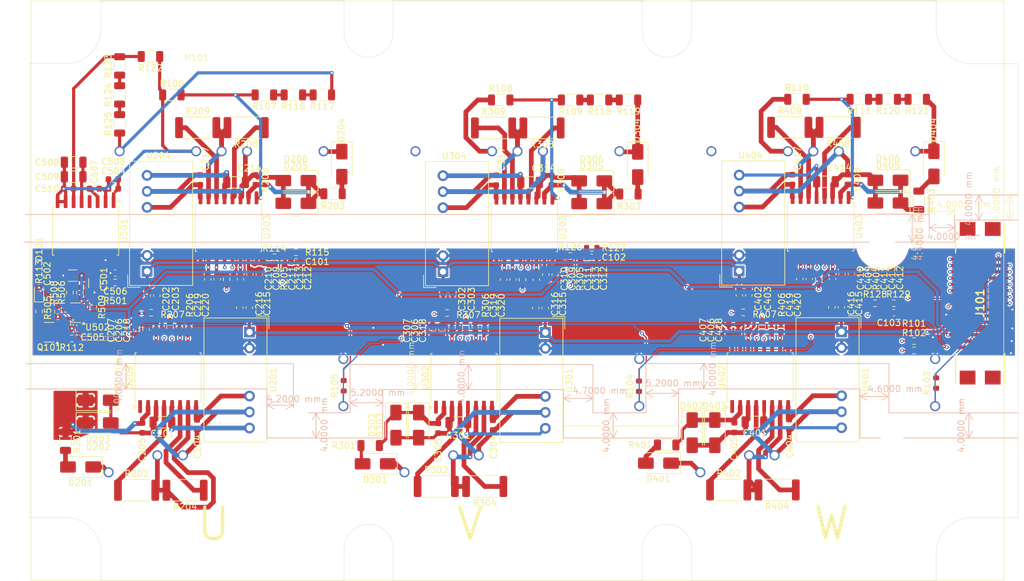
<source format=kicad_pcb>
(kicad_pcb (version 20240108) (generator "pcbnew") (generator_version "8.0")
  (layers (0 "F.Cu" signal) (1 "In1.Cu" signal) (2 "In2.Cu" signal) (31 "B.Cu" signal) (34 "B.Paste" user) (35 "F.Paste" user) (36 "B.SilkS" user "B.Silkscreen") (37 "F.SilkS" user "F.Silkscreen") (38 "B.Mask" user) (39 "F.Mask" user) (44 "Edge.Cuts" user))
  (net 0 "")
  (net 1 "GND")
  (net 2 "+5V")
  (net 3 "V-_U")
  (net 4 "V-_V")
  (net 5 "V-_W")
  (net 6 "+3.3VP")
  (net 7 "FLTN")
  (net 8 "RDY")
  (net 9 "V_W")
  (net 10 "T_V")
  (net 11 "T_U")
  (net 12 "T_W")
  (net 13 "V_V")
  (net 14 "V_U")
  (net 15 "V+")
  (net 16 "UH")
  (net 17 "VH")
  (net 18 "WH")
  (net 19 "UL")
  (net 20 "VL")
  (net 21 "WL")
  (net 22 "ENU")
  (net 23 "Vsen_DC")
  (net 24 "Vsen_U")
  (net 25 "Vsen_V")
  (net 26 "Vsen_W")
  (net 27 "VCC")
  (net 28 "/Gatedrive/S1")
  (net 29 "Net-(U201-+VOUT)")
  (net 30 "Net-(U201--VOUT)")
  (net 31 "Net-(D202-K)")
  (net 32 "Net-(D205-K)")
  (net 33 "Net-(U202-IN+)")
  (net 34 "Net-(U202-IN-)")
  (net 35 "Net-(U202-RSTN{slash}EN)")
  (net 36 "Net-(U203-VDD)")
  (net 37 "Net-(U203-VEE)")
  (net 38 "/Gatedrive1/S1")
  (net 39 "Net-(U301-+VOUT)")
  (net 40 "Net-(U301--VOUT)")
  (net 41 "Net-(D302-K)")
  (net 42 "Net-(D305-K)")
  (net 43 "Net-(U302-IN+)")
  (net 44 "Net-(U302-IN-)")
  (net 45 "Net-(U302-RSTN{slash}EN)")
  (net 46 "Net-(U303-VDD)")
  (net 47 "Net-(U303-VEE)")
  (net 48 "/Gatedrive2/S1")
  (net 49 "Net-(U401-+VOUT)")
  (net 50 "Net-(U401--VOUT)")
  (net 51 "Net-(D402-K)")
  (net 52 "Net-(D405-K)")
  (net 53 "Net-(U402-IN+)")
  (net 54 "Net-(U402-IN-)")
  (net 55 "Net-(U402-RSTN{slash}EN)")
  (net 56 "Net-(U403-VDD)")
  (net 57 "Net-(U403-VEE)")
  (net 58 "/Gatedrive/AINL")
  (net 59 "/Gatedrive1/AINL")
  (net 60 "/Gatedrive2/AINL")
  (net 61 "/Gatedrive/AINH")
  (net 62 "/Gatedrive1/AINH")
  (net 63 "/Gatedrive1/AOUTH")
  (net 64 "/Gatedrive2/AINH")
  (net 65 "/Gatedrive2/AOUTH")
  (net 66 "Net-(R107-Pad1)")
  (net 67 "Net-(R109-Pad1)")
  (net 68 "Net-(R111-Pad1)")
  (net 69 "Net-(U501-DCDC_OUT)")
  (net 70 "Net-(U501-DCDC_IN)")
  (net 71 "Net-(R116-Pad1)")
  (net 72 "Net-(R118-Pad1)")
  (net 73 "Net-(R120-Pad1)")
  (net 74 "Net-(D201-A)")
  (net 75 "Net-(D204-A)")
  (net 76 "Net-(D301-A)")
  (net 77 "/Gatedrive1/D1")
  (net 78 "Net-(D304-A)")
  (net 79 "/Gatedrive2/D1")
  (net 80 "Net-(D401-A)")
  (net 81 "Net-(D404-A)")
  (net 82 "/Gatedrive1/G1")
  (net 83 "/Gatedrive2/G2")
  (net 84 "/Gatedrive2/G1")
  (net 85 "/Gatedrive/G1")
  (net 86 "/Gatedrive/G2")
  (net 87 "/Gatedrive1/G2")
  (net 88 "Net-(U202-OUTH)")
  (net 89 "Net-(U202-OUTL)")
  (net 90 "Net-(U203-OUTH)")
  (net 91 "Net-(U203-OUTL)")
  (net 92 "Net-(U302-OUTH)")
  (net 93 "Net-(U302-OUTL)")
  (net 94 "Net-(U303-OUTH)")
  (net 95 "Net-(U303-OUTL)")
  (net 96 "Net-(U402-OUTH)")
  (net 97 "Net-(U402-OUTL)")
  (net 98 "Net-(U403-OUTH)")
  (net 99 "Net-(U403-OUTL)")
  (net 104 "/Gatedrive/S2")
  (net 105 "/Gatedrive1/S2")
  (net 106 "/Gatedrive2/S2")
  (net 107 "/Gatedrive/D1")
  (net 110 "Net-(U501-HLDO_IN)")
  (net 111 "Net-(U501-HLDO_OUT)")
  (net 112 "/ISOAMP1/IP")
  (net 113 "Net-(R123-Pad1)")
  (net 114 "Net-(R124-Pad1)")
  (net 115 "Net-(U501-DIAG)")
  (net 116 "Net-(U502--)")
  (net 117 "Net-(U502-+)")
  (net 118 "Net-(U501-OUTP)")
  (net 119 "Net-(U501-OUTN)")
  (net 120 "/Gatedrive/AOUTH")
  (net 122 "Net-(D101-K)")
  (net 123 "Net-(Q101-B)")
  (net 124 "Net-(Q101-C)")
  (net 125 "/Gatedrive/AOUTL")
  (net 126 "/Gatedrive1/AOUTL")
  (net 127 "/Gatedrive2/AOUTL")
  (footprint "Capacitor_SMD:C_1206_3216Metric" (layer "F.Cu") (at 59.5 81.9)
    (property "Reference" "C509")
    (property "Value" "1n")
  )
  (footprint "LED_SMD:LED_0603_1608Metric" (layer "F.Cu") (at 54 100.3 90)
    (property "Reference" "D101")
    (property "Value" "LED")
  )
  (footprint "Resistor_SMD:R_1206_3216Metric" (layer "F.Cu") (at 174.4 69.6)
    (property "Reference" "R110")
    (property "Value" "3k")
  )
  (footprint "Capacitor_SMD:C_0603_1608Metric" (layer "F.Cu") (at 60 106 180)
    (property "Reference" "C505")
    (property "Value" "0.1u")
  )
  (footprint "Resistor_SMD:R_2512_6332Metric" (layer "F.Cu") (at 180.95 74.05 180)
    (property "Reference" "R408")
    (property "Value" "2")
  )
  (footprint "Resistor_SMD:R_2512_6332Metric" (layer "F.Cu") (at 133.9 74.15 180)
    (property "Reference" "R308")
    (property "Value" "2")
  )
  (footprint "Diode_SMD:D_SMA" (layer "F.Cu") (at 149.1 79.95 -90)
    (property "Reference" "D304")
    (property "Value" "STTH112A")
  )
  (footprint "Converter_DCDC:Converter_DCDC_Murata_MGJ2DxxxxxxSC_THT" (layer "F.Cu") (at 71.1675 96.922499 90)
    (property "Reference" "U204")
    (property "Value" "~")
  )
  (footprint "Diode_SMD:D_SMA" (layer "F.Cu") (at 107.4 127.5 180)
    (property "Reference" "D301")
    (property "Value" "STTH112A")
  )
  (footprint "Capacitor_SMD:C_0603_1608Metric" (layer "F.Cu") (at 136 97.45 90)
    (property "Reference" "C312")
    (property "Value" "1u")
  )
  (footprint "Converter_DCDC:Converter_DCDC_Murata_MGJ2DxxxxxxSC_THT" (layer "F.Cu") (at 134.4325 106.6275 -90)
    (property "Reference" "U301")
    (property "Value" "~")
  )
  (footprint "Capacitor_SMD:C_0603_1608Metric" (layer "F.Cu") (at 118.19 100.849999 90)
    (property "Reference" "C302")
    (property "Value" "1u")
  )
  (footprint "Resistor_SMD:R_2512_6332Metric" (layer "F.Cu") (at 171.25 131.65 180)
    (property "Reference" "R404")
    (property "Value" "5.1")
  )
  (footprint "Capacitor_SMD:C_0603_1608Metric" (layer "F.Cu") (at 166.75 100.75 90)
    (property "Reference" "C403")
    (property "Value" "0.1u")
  )
  (footprint "Capacitor_SMD:C_0603_1608Metric" (layer "F.Cu") (at 173.15 121.25 90)
    (property "Reference" "C404")
    (property "Value" "1u")
  )
  (footprint "Resistor_SMD:R_1206_3216Metric" (layer "F.Cu") (at 153.7 124.5 180)
    (property "Reference" "R401")
    (property "Value" "1k")
  )
  (footprint "Resistor_SMD:R_0603_1608Metric" (layer "F.Cu") (at 74.8 105.8 -90)
    (property "Reference" "R206")
    (property "Value" "51")
  )
  (footprint "Capacitor_SMD:C_0603_1608Metric" (layer "F.Cu") (at 69.5 106.199999 -90)
    (property "Reference" "C207")
    (property "Value" "0.1u")
  )
  (footprint "Resistor_SMD:R_0603_1608Metric" (layer "F.Cu") (at 71.8 103.5)
    (property "Reference" "R207")
    (property "Value" "0")
  )
  (footprint "Capacitor_SMD:C_0603_1608Metric" (layer "F.Cu") (at 165.05 106.149999 -90)
    (property "Reference" "C406")
    (property "Value" "1u")
  )
  (footprint "Capacitor_SMD:C_0603_1608Metric" (layer "F.Cu") (at 124.8 105.85 -90)
    (property "Reference" "C320")
    (property "Value" "33p")
  )
  (footprint "Capacitor_SMD:C_1206_3216Metric" (layer "F.Cu") (at 62.8 98.8 90)
    (property "Reference" "C501")
    (property "Value" "1u")
  )
  (footprint "Diode_SMD:D_SMA" (layer "F.Cu") (at 114.3 121.35 -90)
    (property "Reference" "D303")
    (property "Value" "1SMA5927A")
  )
  (footprint "Resistor_SMD:R_0603_1608Metric" (layer "F.Cu") (at 196.5 114.675 90)
    (property "Reference" "R103")
    (property "Value" "5k/1%")
  )
  (footprint "Package_SO:SOIC-16W_7.5x10.3mm_P1.27mm" (layer "F.Cu") (at 131.1 89.949999 -90)
    (property "Reference" "U303")
    (property "Value" "UCC21750")
  )
  (footprint "Resistor_SMD:R_0603_1608Metric" (layer "F.Cu") (at 58.9 100.3 -90)
    (property "Reference" "R508")
    (property "Value" "10k")
  )
  (footprint "Resistor_SMD:R_0603_1608Metric" (layer "F.Cu") (at 102.4 115.1 90)
    (property "Reference" "R105")
    (property "Value" "5k/1%")
  )
  (footprint "Capacitor_SMD:C_0603_1608Metric" (layer "F.Cu") (at 183.05 97.35 90)
    (property "Reference" "C412")
    (property "Value" "1u")
  )
  (footprint "Resistor_SMD:R_0603_1608Metric" (layer "F.Cu") (at 168.85 105.75 -90)
    (property "Reference" "R406")
    (property "Value" "51")
  )
  (footprint "Resistor_SMD:R_1206_3216Metric" (layer "F.Cu") (at 100.7 84.6)
    (property "Reference" "R203")
    (property "Value" "1k")
  )
  (footprint "Resistor_SMD:R_2512_6332Metric" (layer "F.Cu") (at 163.55 131.65)
    (property "Reference" "R402")
    (property "Value" "2")
  )
  (footprint "Capacitor_SMD:C_0603_1608Metric" (layer "F.Cu") (at 189.8 103.5 180)
    (property "Reference" "C103")
    (property "Value" "4.7n")
  )
  (footprint "Capacitor_SMD:C_0603_1608Metric" (layer "F.Cu") (at 80.8 98.2 90)
    (property "Reference" "C210")
    (property "Value" "33p")
  )
  (footprint "Resistor_SMD:R_2512_6332Metric" (layer "F.Cu") (at 124.8 131.1 180)
    (property "Reference" "R304")
    (property "Value" "5.1")
  )
  (footprint "Diode_SMD:D_SMA" (layer "F.Cu") (at 63.4 117.4)
    (property "Reference" "D203")
    (property "Value" "1SMA5927A")
  )
  (footprint "Diode_SMD:D_SMA" (layer "F.Cu") (at 110.7 121.35 -90)
    (property "Reference" "D302")
    (property "Value" "SS54")
  )
  (footprint "Resistor_SMD:R_0603_1608Metric" (layer "F.Cu") (at 94.8 93.9)
    (property "Reference" "R115")
    (property "Value" "20k")
  )
  (footprint "Capacitor_SMD:C_0603_1608Metric" (layer "F.Cu") (at 126.1 121.35 90)
    (property "Reference" "C304")
    (property "Value" "1u")
  )
  (footprint "Capacitor_SMD:C_0603_1608Metric" (layer "F.Cu") (at 173.65 82.349999 90)
    (property "Reference" "C417")
    (property "Value" "1u")
  )
  (footprint "Capacitor_SMD:C_0603_1608Metric" (layer "F.Cu") (at 117.4 121.85 90)
    (property "Reference" "C305")
    (property "Value" "27p")
  )
  (footprint "Resistor_SMD:R_0603_1608Metric" (layer "F.Cu") (at 141.8 93.2)
    (property "Reference" "R127")
    (property "Value" "20k")
  )
  (footprint "Capacitor_SMD:C_0603_1608Metric" (layer "F.Cu") (at 119.6 105.85 -90)
    (property "Reference" "C318")
    (property "Value" "100p")
  )
  (footprint "Converter_DCDC:Converter_DCDC_Murata_MGJ2DxxxxxxSC_THT" (layer "F.Cu") (at 165.2175 96.872499 90)
    (property "Reference" "U404")
    (property "Value" "~")
  )
  (footprint "Capacitor_SMD:C_0603_1608Metric" (layer "F.Cu") (at 182.45 82.349999 -90)
    (property "Reference" "C408")
    (property "Value" "27p")
  )
  (footprint "Diode_SMD:D_SMA" (layer "F.Cu") (at 94.8 86.12 180)
    (property "Reference" "D205")
    (property "Value" "SS54")
  )
  (footprint "Capacitor_SMD:C_1206_3216Metric" (layer "F.Cu") (at 179 82.7 180)
    (property "Reference" "C414")
    (property "Value" "1u")
  )
  (footprint "Personal:InverterSiCModule" (layer "F.Cu") (at 79 59)
    (property "Reference" "M101")
    (property "Value" "~")
  )
  (footprint "Resistor_SMD:R_0603_1608Metric" (layer "F.Cu") (at 121.8 105.85 -90)
    (property "Reference" "R306")
    (property "Value" "51")
  )
  (footprint "Capacitor_SMD:C_0603_1608Metric" (layer "F.Cu") (at 70.4 121.8 90)
    (property "Reference" "C205")
    (property "Value" "27p")
  )
  (footprint "Capacitor_SMD:C_0603_1608Metric" (layer "F.Cu") (at 179.94 102.65 -90)
    (property "Reference" "C416")
    (property "Value" "0.1u")
  )
  (footprint "Resistor_SMD:R_2512_6332Metric" (layer "F.Cu") (at 77.2 131.7 180)
    (property "Reference" "R204")
    (property "Value" "5.1")
  )
  (footprint "Capacitor_SMD:C_0603_1608Metric" (layer "F.Cu") (at 181.45 102.65 -90)
    (property "Reference" "C415")
    (property "Value" "1u")
  )
  (footprint "Capacitor_SMD:C_1206_3216Metric" (layer "F.Cu") (at 120.6 120.95)
    (property "Reference" "C301")
    (property "Value" "1u")
  )
  (footprint "Resistor_SMD:R_0603_1608Metric" (layer "F.Cu") (at 186.8 102)
    (property "Reference" "R128")
    (property "Value" "10k")
  )
  (footprint "Capacitor_SMD:C_0603_1608Metric" (layer "F.Cu") (at 123.3 105.85 -90)
    (property "Reference" "C319")
    (property "Value" "33p")
  )
  (footprint "Resistor_SMD:R_0603_1608Metric" (layer "F.Cu") (at 83.8 98.2 90)
    (property "Reference" "R205")
    (property "Value" "51")
  )
  (footprint "Capacitor_SMD:C_0603_1608Metric" (layer "F.Cu") (at 89 97.4 90)
    (property "Reference" "C212")
    (property "Value" "1u")
  )
  (footprint "Capacitor_SMD:C_0603_1608Metric" (layer "F.Cu") (at 86 98.2 90)
    (property "Reference" "C211")
    (property "Value" "100p")
  )
  (footprint "Capacitor_SMD:C_0603_1608Metric" (layer "F.Cu") (at 65.8 83.8)
    (property "Reference" "C504")
    (property "Value" "1n")
  )
  (footprint "MountingHole:MountingHole_4mm" (layer "F.Cu") (at 139.5 62.5)
    (property "Reference" "H104" (hide yes))
    (property "Value" "MountingHole")
  )
  (footprint "MountingHole:MountingHole_4mm" (layer "F.Cu") (at 189.5 122.5)
    (property "Reference" "H102" (hide yes))
    (property "Value" "MountingHole")
  )
  (footprint "Resistor_SMD:R_0603_1608Metric" (layer "F.Cu") (at 193 109.5 180)
    (property "Reference" "R102")
    (property "Value" "5k")
  )
  (footprint "Capacitor_SMD:C_0603_1608Metric" (layer "F.Cu") (at 66.125 97.2)
    (property "Reference" "C506")
    (property "Value" "100n")
  )
  (footprint "Resistor_SMD:R_1206_3216Metric" (layer "F.Cu") (at 75.1 68.9)
    (property "Reference" "R106")
    (property "Value" "3k")
  )
  (footprint "Diode_SMD:D_SMA" (layer "F.Cu") (at 188.85 86.07 180)
    (property "Reference" "D405")
    (property "Value" "SS54")
  )
  (footprint "Diode_SMD:D_SMA" (layer "F.Cu") (at 196.15 79.85 -90)
    (property "Reference" "D404")
    (property "Value" "STTH112A")
  )
  (footprint "Capacitor_SMD:C_0603_1608Metric" (layer "F.Cu") (at 180.05 98.15 90)
    (property "Reference" "C411")
    (property "Value" "100p")
  )
  (footprint "Capacitor_SMD:C_0603_1608Metric" (layer "F.Cu") (at 174.85 98.15 90)
    (property "Reference" "C410")
    (property "Value" "33p")
  )
  (footprint "Capacitor_SMD:C_0603_1608Metric" (layer "F.Cu") (at 135.4 82.449999 -90)
    (property "Reference" "C308")
    (property "Value" "27p")
  )
  (footprint "Package_SO:SOIC-16W_7.5x10.3mm_P1.27mm" (layer "F.Cu") (at 84.1 89.899999 -90)
    (property "Reference" "U203")
    (property "Value" "UCC21750")
  )
  (footprint "Resistor_SMD:R_0603_1608Metric" (layer "F.Cu") (at 130.8 98.25 90)
    (property "Reference" "R305")
    (property "Value" "51")
  )
  (footprint "Capacitor_SMD:C_0603_1608Metric" (layer "F.Cu") (at 71.19 100.799999 90)
    (property "Reference" "C202")
    (property "Value" "1u")
  )
  (footprint "Resistor_SMD:R_1206_3216Metric" (layer "F.Cu") (at 58.2 123.9 -90)
    (property "Reference" "R201")
    (property "Value" "1k")
  )
  (footprint "Resistor_SMD:R_1206_3216Metric" (layer "F.Cu") (at 147.6375 69.7 180)
    (property "Reference" "R119")
    (property "Value" "178k")
  )
  (footprint "Samacsys:FX2630S1SV20" (layer "F.Cu") (at 203.5 102 -90)
    (property "Reference" "J101")
    (property "Value" "FX26-30S-1SV20" (hide yes))
  )
  (footprint "Resistor_SMD:R_0603_1608Metric" (layer "F.Cu") (at 193 108 180)
    (property "Reference" "R101")
    (property "Value" "5k")
  )
  (footprint "Package_SO:SOIC-16W_7.5x10.3mm_P1.27mm" (layer "F.Cu") (at 168.55 113.75 90)
    (property "Reference" "U402")
    (property "Value" "UCC21750")
  )
  (footprint "Diode_SMD:D_SMA" (layer "F.Cu") (at 152.4 127.4 180)
    (property "Reference" "D401")
    (property "Value" "STTH112A")
  )
  (footprint "Capacitor_SMD:C_0603_1608Metric" (layer "F.Cu") (at 116.5 106.249999 -90)
    (property "Reference" "C307")
    (property "Value" "0.1u")
  )
  (footprint "Capacitor_SMD:C_0603_1608Metric" (layer "F.Cu") (at 132.89 102.75 -90)
    (property "Reference" "C316")
    (property "Value" "0.1u")
  )
  (footprint "Capacitor_SMD:C_1206_3216Metric" (layer "F.Cu") (at 167.65 120.85)
    (property "Reference" "C401")
    (property "Value" "1u")
  )
  (footprint "Resistor_SMD:R_1206_3216Metric" (layer "F.Cu") (at 99 68.9 180)
    (property "Reference" "R117")
    (property "Value" "178k")
  )
  (footprint "Resistor_SMD:R_0603_1608Metric" (layer "F.Cu") (at 54 103.3 -90)
    (property "Reference" "R113")
    (property "Value" "1k")
  )
  (footprint "Capacitor_SMD:C_0603_1608Metric" (layer "F.Cu") (at 82.3 98.2 90)
    (property "Reference" "C209")
    (property "Value" "33p")
  )
  (footprint "Capacitor_SMD:C_0603_1608Metric" (layer "F.Cu") (at 71 106.199999 -90)
    (property "Reference" "C206")
    (property "Value" "1u")
  )
  (footprint "Resistor_SMD:R_1206_3216Metric" (layer "F.Cu") (at 138.4375 69.7 180)
    (property "Reference" "R109")
    (property "Value" "178k")
  )
  (footprint "Resistor_SMD:R_2512_6332Metric" (layer "F.Cu") (at 69.5 131.7)
    (property "Reference" "R202")
    (property "Value" "2")
  )
  (footprint "Capacitor_SMD:C_0603_1608Metric" (layer "F.Cu") (at 119.7 100.85 90)
    (property "Reference" "C303")
    (property "Value" "0.1u")
  )
  (footprint "Package_TO_SOT_SMD:SOT-23-5" (layer "F.Cu") (at 59.8 103.5 180)
    (property "Reference" "U502")
    (property "Value" "OPA340NA")
  )
  (footprint "Resistor_SMD:R_0603_1608Metric" (layer "F.Cu") (at 189.775 102)
    (property "Reference" "R129")
    (property "Value" "20k")
  )
  (footprint "Diode_SMD:D_SMA" (layer "F.Cu") (at 141.8 82.559999 180)
    (property "Reference" "D306")
    (property "Value" "1SMA5927A")
  )
  (footprint "Capacitor_SMD:C_0603_1608Metric" (layer "F.Cu") (at 126.6 82.449999 90)
    (property "Reference" "C317")
    (property "Value" "1u")
  )
  (footprint "Resistor_SMD:R_0603_1608Metric" (layer "F.Cu") (at 91.4 94.7)
    (property "Reference" "R114")
    (property "Value" "10k")
  )
  (footprint "Capacitor_SMD:C_0603_1608Metric" (layer "F.Cu") (at 94.8 95.4 180)
    (property "Reference" "C101")
    (property "Value" "4.7n")
  )
  (footprint "Resistor_SMD:R_0603_1608Metric" (layer "F.Cu") (at 62.6 102.6 90)
    (property "Reference" "R509")
    (property "Value" "10k")
  )
  (footprint "Resistor_SMD:R_0603_1608Metric" (layer "F.Cu") (at 149.3 115.175 90)
    (property "Reference" "R104")
    (property "Value" "5k/1%")
  )
  (footprint "Package_SO:SOIC-16W_7.5x10.3mm_P1.27mm" (layer "F.Cu") (at 121.5 113.85 90)
    (property "Reference" "U302")
    (property "Value" "UCC21750")
  )
  (footprint "Resistor_SMD:R_1206_3216Metric" (layer "F.Cu") (at 188.9 69.6 180)
    (property "Reference" "R120")
    (property "Value" "178k")
  )
  (footprint "Capacitor_SMD:C_0603_1608Metric" (layer "F.Cu") (at 181.55 97.35 90)
    (property "Reference" "C413")
    (property "Value" "0.1u")
  )
  (footprint "Capacitor_SMD:C_0603_1608Metric" (layer "F.Cu") (at 176.35 98.15 90)
    (property "Reference" "C409")
    (property "Value" "33p")
  )
  (footprint "Capacitor_SMD:C_0603_1608Metric" (layer "F.Cu") (at 58.7 83.8)
    (property "Reference" "C510")
    (property "Value" "10n")
  )
  (footprint "Resistor_SMD:R_1206_3216Metric" (layer "F.Cu") (at 71.7 62.8 180)
    (property "Reference" "R122")
    (property "Value" "3k")
  )
  (footprint "Capacitor_SMD:C_0603_1608Metric" (layer "F.Cu") (at 72.7 100.8 90)
    (property "Reference" "C203")
    (property "Value" "0.1u")
  )
  (footprint "Diode_SMD:D_SMA" (layer "F.Cu") (at 63.4 121)
    (property "Reference" "D202")
    (property "Value" "SS54")
  )
  (footprint "Resistor_SMD:R_0603_1608Metric" (layer "F.Cu") (at 177.85 98.15 90)
    (property "Reference" "R405")
    (property "Value" "51")
  )
  (footprint "Diode_SMD:D_SMA" (layer "F.Cu") (at 141.8 86.17 180)
    (property "Reference" "D305")
    (property "Value" "SS54")
  )
  (footprint "Capacitor_SMD:C_0603_1608Metric" (layer "F.Cu") (at 134.4 102.75 -90)
    (property "Reference" "C315")
    (property "Value" "1u")
  )
  (footprint "Capacitor_SMD:C_0603_1608Metric" (layer "F.Cu") (at 65.8 82.3)
    (property "Reference" "C503")
    (property "Value" "1u")
  )
  (footprint "Resistor_SMD:R_2512_6332Metric" (layer "F.Cu") (at 117.1 131.1)
    (property "Reference" "R302")
    (property "Value" "2")
  )
  (footprint "Resistor_SMD:R_1206_3216Metric" (layer "F.Cu") (at 89.8 68.9 180)
    (property "Reference" "R107")
    (property "Value" "178k")
  )
  (footprint "Resistor_SMD:R_1206_3216Metric" (layer "F.Cu") (at 106.6 124.6 180)
    (property "Reference" "R301")
    (property "Value" "1k")
  )
  (footprint "Resistor_SMD:R_2512_6332Metric" (layer "F.Cu") (at 173.25 74.05)
    (property "Reference" "R409")
    (property "Value" "5.1")
  )
  (footprint "Package_SO:SOIC-16W_7.5x10.3mm_P1.27mm" (layer "F.Cu") (at 61.4 90.5 -90)
    (property "Reference" "U501")
    (property "Value" "AMC3330")
  )
  (footprint "Resistor_SMD:R_1206_3216Metric" (layer "F.Cu") (at 66.8 68.9 90)
    (property "Reference" "R124")
    (property "Value" "825k")
  )
  (footprint "Capacitor_SMD:C_0603_1608Metric" (layer "F.Cu") (at 79.1 121.3 90)
    (property "Reference" "C204")
    (property "Value" "1u")
  )
  (footprint "Resistor_SMD:R_1206_3216Metric" (layer "F.Cu") (at 193.75 85.65 90)
    (property "Reference" "R403")
    (property "Value" "1k")
  )
  (footprint "Capacitor_SMD:C_0603_1608Metric" (layer "F.Cu") (at 171.85 105.75 -90)
    (property "Reference" "C420")
    (property "Value" "33p")
  )
  (footprint "Resistor_SMD:R_0603_1608Metric" (layer "F.Cu") (at 60.5 100.3 -90)
    (property "Reference" "R506")
    (property "Value" "10k")
  )
  (footprint "Capacitor_SMD:C_0603_1608Metric" (layer "F.Cu") (at 79.6 82.399999 90)
    (property "Reference" "C217")
    (property "Value" "1u")
  )
  (footprint "Converter_DCDC:Converter_DCDC_Murata_MGJ2DxxxxxxSC_THT" (layer "F.Cu") (at 181.4825 106.5275 -90)
    (property "Reference" "U401")
    (property "Value" "~")
  )
  (footprint "Resistor_SMD:R_1206_3216Metric" (layer "F.Cu") (at 66.8 64.3 90)
    (property "Reference" "R123")
    (property "Value" "825k")
  )
  (footprint "Resistor_SMD:R_0603_1608Metric" (layer "F.Cu") (at 138.4 94.5)
    (property "Reference" "R126")
    (property "Value" "10k")
  )
  (footprint "Package_SO:SOIC-16W_7.5x10.3mm_P1.27mm" (layer "F.Cu") (at 178.15 89.849999 -90)
    (property "Reference" "U403")
    (property "Value" "UCC21750")
  )
  (footprint "Capacitor_SMD:C_0603_1608Metric" (layer "F.Cu") (at 164.45 121.75 90)
    (property "Reference" "C405")
    (property "Value" "27p")
  )
  (footprint "Capacitor_SMD:C_0603_1608Metric" (layer "F.Cu") (at 85.89 102.7 -90)
    (property "Reference" "C216")
    (property "Value" "0.1u")
  )
  (footprint "MountingHole:MountingHole_4mm" (layer "F.Cu") (at 95 120.5)
    (property "Reference" "H103" (hide yes))
    (property "Value" "MountingHole")
  )
  (footprint "Resistor_SMD:R_0603_1608Metric" (layer "F.Cu") (at 59.2 107.6 180)
    (property "Reference" "R112")
    (property "Value" "1k")
  )
  (footprint "Diode_SMD:D_SMA" (layer "F.Cu") (at 94.8 82.509999 180)
    (property "Reference" "D206")
    (property "Value" "1SMA5927A")
  )
  (footprint "Resistor_SMD:R_1206_3216Metric" (layer "F.Cu") (at 143.0375 69.7 180)
    (property "Reference" "R118")
    (property "Value" "178k")
  )
  (footprint "Resistor_SMD:R_1206_3216Metric" (layer "F.Cu") (at 147.7 84.65)
    (property "Reference" "R303")
    (property "Value" "1k")
  )
  (footprint "Capacitor_SMD:C_0603_1608Metric" (layer "F.Cu") (at 165.24 100.749999 90)
    (property "Reference" "C402")
    (property "Value" "1u")
  )
  (footprint "Resistor_SMD:R_0603_1608Metric" (layer "F.Cu") (at 165.85 103.45)
    (property "Reference" "R407")
    (property "Value" "0")
  )
  (footprint "Capacitor_SMD:C_0603_1608Metric" (layer "F.Cu") (at 87.4 102.7 -90)
    (property "Reference" "C215")
    (property "Value" "1u")
  )
  (footprint "Diode_SMD:D_SMA" (layer "F.Cu") (at 157.75 122.55 -90)
    (property "Reference" "D402")
    (property "Value" "SS54")
  )
  (footprint "Resistor_SMD:R_1206_3216Metric" (layer "F.Cu") (at 66.8 73.5 90)
    (property "Reference" "R125")
    (property "Value" "825k")
  )
  (footprint "Capacitor_SMD:C_0603_1608Metric" (layer "F.Cu") (at 72.6 105.8 -90)
    (property "Reference" "C218")
    (property "Value" "100p")
  )
  (footprint "Resistor_SMD:R_1206_3216Metric" (layer "F.Cu") (at 184.3 69.6 180)
    (property "Reference" "R111")
    (property "Value" "178k")
  )
  (footprint "Resistor_SMD:R_0603_1608Metric" (layer "F.Cu") (at 57 103.325 -90)
    (property "Reference" "R505")
    (property "Value" "10k")
  )
  (footprint "Converter_DCDC:Converter_DCDC_Murata_MGJ2DxxxxxxSC_THT" (layer "F.Cu") (at 118.1675 96.972499 90)
    (property "Reference" "U304")
    (property "Value" "~")
  )
  (footprint "Diode_SMD:D_SMA" (layer "F.Cu") (at 102.1 79.9 -90)
    (property "Reference" "D204")
    (property "Value" "STTH112A")
  )
  (footprint "Diode_SMD:D_SMA" (layer "F.Cu") (at 60.6 128 180)
    (property "Reference" "D201")
    (property "Value" "STTH112A")
  )
  (footprint "Resistor_SMD:R_1206_3216Metric" (layer "F.Cu") (at 94.4 68.9 180)
    (property "Reference" "R116")
    (property "Value" "178k")
  )
  (footprint "Capacitor_SMD:C_0603_1608Metric" (layer "F.Cu") (at 163.55 106.149999 -90)
    (property "Reference" "C407")
    (property "Value" "0.1u")
  )
  (footprint "Resistor_SMD:R_1206_3216Metric" (layer "F.Cu") (at 193.5 69.6 180)
    (property "Reference" "R121")
    (property "Value" "178k")
  )
  (footprint "Diode_SMD:D_SMA" (layer "F.Cu") (at 161.35 122.55 -90)
    (property "Reference" "D403")
    (property "Value" "1SMA5927A")
  )
  (footprint "Capacitor_SMD:C_0603_1608Metric" (layer "F.Cu") (at 129.3 98.25 90)
    (property "Reference" "C309")
    (property "Value" "33p")
  )
  (footprint "Capacitor_SMD:C_1206_3216Metric" (layer "F.Cu") (at 85.3 82.799999 180)
    (property "Reference" "C214")
    (property "Value" "1u")
  )
  (footprint "Package_TO_SOT_SMD:SOT-23-3" (layer "F.Cu") (at 55.6 106.6 180)
    (property "Reference" "Q101")
    (property "Value" "S9013")
  )
  (footprint "Resistor_SMD:R_0603_1608Metric" (layer "F.Cu") (at 118.8 103.55)
    (property "Reference" "R307")
    (property "Value" "0")
  )
  (footprint "Capacitor_SMD:C_1206_3216Metric" (layer "F.Cu") (at 59.325 97.6)
    (property "Reference" "C502")
    (property "Value" "1n")
  )
  (footprint "Resistor_SMD:R_2512_6332Metric" (layer "F.Cu") (at 126.2 74.15)
    (property "Reference" "R309")
    (property "Value" "5.1")
  )
  (footprint "Capacitor_SMD:C_0603_1608Metric" (layer "F.Cu") (at 170.35 105.75 -90)
    (property "Reference" "C419")
    (property "Value" "33p")
  )
  (footprint "Capacitor_SMD:C_0603_1608Metric" (layer "F.Cu") (at 77.8 105.8 -90)
    (property "Reference" "C220")
    (property "Value" "33p")
  )
  (footprint "Capacitor_SMD:C_0603_1608Metric" (layer "F.Cu") (at 87.5 97.4 90)
    (property "Reference" "C213")
    (property "Value" "0.1u")
  )
  (footprint "Converter_DCDC:Converter_DCDC_Murata_MGJ2DxxxxxxSC_THT" (layer "F.Cu") (at 87.4325 106.5775 -90)
    (property "Reference" "U201")
    (property "Value" "~")
  )
  (footprint "Capacitor_SMD:C_0603_1608Metric" (layer "F.Cu") (at 133 98.25 90)
    (property "Reference" "C311")
    (property "Value" "100p")
  )
  (footprint "Package_SO:SOIC-16W_7.5x10.3mm_P1.27mm" (layer "F.Cu") (at 74.5 113.75 90)
    (property "Reference" "U202")
    (property "Value" "UCC21750")
  )
  (footprint "Capacitor_SMD:C_0603_1608Metric" (layer "F.Cu") (at 88.4 82.399999 -90)
    (property "Reference" "C208")
    (property "Value" "27p")
  )
  (footprint "MountingHole:MountingHole_4mm" (layer "F.Cu") (at 188 92.5)
    (property "Reference" "H101" (hide yes))
    (property "Value" "MountingHole")
  )
  (footprint "Resistor_SMD:R_1206_3216Metric" (layer "F.Cu") (at 127.3375 69.7)
    (property "Reference" "R108")
    (property "Value" "3k")
  )
  (footprint "Diode_SMD:D_SMA" (layer "F.Cu") (at 188.85 82.459999 180)
    (property "Reference" "D406")
    (property "Value" "1SMA5927A")
  )
  (footprint "Capacitor_SMD:C_0603_1608Metric" (layer "F.Cu") (at 76.3 105.8 -90)
    (property "Reference" "C219")
    (property "Value" "33p")
  )
  (footprint "Resistor_SMD:R_0603_1608Metric" (layer "F.Cu") (at 66.1 98.7)
    (property "Reference" "R501")
    (property "Value" "47k")
  )
  (footprint "Capacitor_SMD:C_0603_1608Metric" (layer "F.Cu") (at 62.8 83.8)
    (property "Reference" "C507")
    (property "Value" "100n")
  )
  (footprint "Capacitor_SMD:C_0603_1608Metric" (layer "F.Cu") (at 134.5 97.45 90)
    (property "Reference" "C313")
    (property "Value" "0.1u")
  )
  (footprint "Capacitor_SMD:C_1206_3216Metric" (layer "F.Cu") (at 59.5 79.6)
    (property "Reference" "C508")
    (property "Value" "10n")
  )
  (footprint "Capacitor_SMD:C_0603_1608Metric" (layer "F.Cu") (at 141.8 94.7 180)
    (property "Reference" "C102")
    (property "Value" "4.7n")
  )
  (footprint "Capacitor_SMD:C_1206_3216Metric" (layer "F.Cu") (at 73.6 120.9)
    (property "Reference" "C201")
    (property "Value" "1u")
  )
  (footprint "Capacitor_SMD:C_0603_1608Metric" (layer "F.Cu") (at 166.65 105.75 -90)
    (property "Reference" "C418")
    (property "Value" "100p")
  )
  (footprint "Resistor_SMD:R_2512_6332Metric" (layer "F.Cu") (at 86.9 74.1 180)
    (property "Reference" "R208")
    (property "Value" "2")
  )
  (footprint "Capacitor_SMD:C_0603_1608Metric" (layer "F.Cu") (at 127.8 98.25 90)
    (property "Reference" "C310")
    (property "Value" "33p")
  )
  (footprint "Resistor_SMD:R_2512_6332Metric" (layer "F.Cu") (at 79.2 74.1)
    (property "Reference" "R209")
    (property "Value" "5.1")
  )
  (footprint "Capacitor_SMD:C_1206_3216Metric" (layer "F.Cu") (at 132 82.8 180)
    (property "Reference" "C314")
    (property "Value" "1u")
  )
  (footprint "Capacitor_SMD:C_0603_1608Metric" (layer "F.Cu") (at 118 106.249999 -90)
    (property "Reference" "C306")
    (property "Value" "1u")
  )
  (gr_line (start 209.5 123.4) (end 184.4 123.4) (stroke (width 0.1)) (layer "B.SilkS"))
  (gr_line (start 94.4 119.4) (end 103.4 119.4) (stroke (width 0.1)) (layer "B.SilkS"))
  (gr_line (start 108.6 115.7) (end 108.6 123.4) (stroke (width 0.1)) (layer "B.SilkS"))
  (gr_line (start 90.2 115.6) (end 51.9 115.6) (stroke (width 0.1)) (layer "B.SilkS"))
  (gr_line (start 195.4 87.9) (end 195.4 84.8) (stroke (width 0.1)) (layer "B.SilkS"))
  (gr_line (start 150.4 119.3) (end 150.4 111.6) (stroke (width 0.1)) (layer "B.SilkS"))
  (gr_line (start 150.4 111.6) (end 189 111.6) (stroke (width 0.1)) (layer "B.SilkS"))
  (gr_line (start 90.2 123.4) (end 90.2 115.6) (stroke (width 0.1)) (layer "B.SilkS"))
  (gr_line (start 142 111.7) (end 142 119.4) (stroke (width 0.1)) (layer "B.SilkS"))
  (gr_line (start 94.4 111.6) (end 94.4 119.4) (stroke (width 0.1)) (layer "B.SilkS"))
  (gr_line (start 184.4 115.6) (end 155.6 115.6) (stroke (width 0.1)) (layer "B.SilkS"))
  (gr_line (start 184.4 123.4) (end 184.4 115.6) (stroke (width 0.1)) (layer "B.SilkS"))
  (gr_line (start 103.4 111.7) (end 142 111.7) (stroke (width 0.1)) (layer "B.SilkS"))
  (gr_line (start 142 119.4) (end 150.4 119.4) (stroke (width 0.1)) (layer "B.SilkS"))
  (gr_line (start 137.3 115.7) (end 108.6 115.7) (stroke (width 0.1)) (layer "B.SilkS"))
  (gr_line (start 189 119.4) (end 209.5 119.4) (stroke (width 0.1)) (layer "B.SilkS"))
  (gr_line (start 103.4 119.4) (end 103.4 111.7) (stroke (width 0.1)) (layer "B.SilkS"))
  (gr_line (start 209.5 88.8) (end 199.4 88.8) (stroke (width 0.1)) (layer "B.SilkS"))
  (gr_line (start 199.4 92.3) (end 51.6 92.3) (stroke (width 0.1)) (layer "B.SilkS"))
  (gr_line (start 195.4 84.8) (end 209.5 84.8) (stroke (width 0.1)) (layer "B.SilkS"))
  (gr_line (start 51.9 87.9) (end 195.4 87.9) (stroke (width 0.1)) (layer "B.SilkS"))
  (gr_line (start 137.3 123.4) (end 137.3 115.7) (stroke (width 0.1)) (layer "B.SilkS"))
  (gr_line (start 199.4 88.8) (end 199.4 92.3) (stroke (width 0.1)) (layer "B.SilkS"))
  (gr_line (start 155.6 123.4) (end 137.3 123.4) (stroke (width 0.1)) (layer "B.SilkS"))
  (gr_line (start 51.9 111.6) (end 94.4 111.6) (stroke (width 0.1)) (layer "B.SilkS"))
  (gr_line (start 108.6 123.4) (end 90.2 123.4) (stroke (width 0.1)) (layer "B.SilkS"))
  (gr_line (start 155.6 115.6) (end 155.6 123.4) (stroke (width 0.1)) (layer "B.SilkS"))
  (gr_line (start 189 111.6) (end 189 119.4) (stroke (width 0.1)) (layer "B.SilkS"))
  (gr_line (start 195.4 84.8) (end 195.4 87.9) (stroke (width 0.1)) (layer "F.SilkS"))
  (gr_line (start 51.9 111.6) (end 94.4 111.6) (stroke (width 0.1)) (layer "F.SilkS"))
  (gr_line (start 155.6 121.5) (end 137.4 121.5) (stroke (width 0.1)) (layer "F.SilkS"))
  (gr_line (start 189 111.6) (end 189 119.4) (stroke (width 0.1)) (layer "F.SilkS"))
  (gr_line (start 150.4 119.3) (end 150.4 111.6) (stroke (width 0.1)) (layer "F.SilkS"))
  (gr_line (start 209.5 84.8) (end 195.4 84.8) (stroke (width 0.1)) (layer "F.SilkS"))
  (gr_line (start 142 111.7) (end 142 119.4) (stroke (width 0.1)) (layer "F.SilkS"))
  (gr_line (start 103.4 119.4) (end 103.4 111.7) (stroke (width 0.1)) (layer "F.SilkS"))
  (gr_line (start 199.4 88.8) (end 209.5 88.8) (stroke (width 0.1)) (layer "F.SilkS"))
  (gr_line (start 94.4 119.4) (end 103.4 119.4) (stroke (width 0.1)) (layer "F.SilkS"))
  (gr_line (start 108.6 115.7) (end 108.6 123.4) (stroke (width 0.1)) (layer "F.SilkS"))
  (gr_line (start 108.6 123.4) (end 90.2 123.4) (stroke (width 0.1)) (layer "F.SilkS"))
  (gr_line (start 184.4 115.6) (end 155.6 115.6) (stroke (width 0.1)) (layer "F.SilkS"))
  (gr_line (start 103.4 111.7) (end 142 111.7) (stroke (width 0.1)) (layer "F.SilkS"))
  (gr_line (start 137.3 123.4) (end 137.3 115.7) (stroke (width 0.1)) (layer "F.SilkS"))
  (gr_line (start 199.4 92.3) (end 199.4 88.8) (stroke (width 0.1)) (layer "F.SilkS"))
  (gr_line (start 184.8 87.9) (end 51.9 87.9) (stroke (width 0.1)) (layer "F.SilkS"))
  (gr_line (start 51.6 92.3) (end 199.4 92.3) (stroke (width 0.1)) (layer "F.SilkS"))
  (gr_line (start 90.2 115.6) (end 51.9 115.6) (stroke (width 0.1)) (layer "F.SilkS"))
  (gr_line (start 137.3 115.7) (end 108.6 115.7) (stroke (width 0.1)) (layer "F.SilkS"))
  (gr_line (start 52.8 110.3) (end 207.200032 110.3) (stroke (width 0.1)) (layer "F.SilkS"))
  (gr_line (start 90.2 123.4) (end 90.2 115.6) (stroke (width 0.1)) (layer "F.SilkS"))
  (gr_line (start 94.4 111.6) (end 94.4 119.4) (stroke (width 0.1)) (layer "F.SilkS"))
  (gr_line (start 209.5 123.4) (end 184.4 123.4) (stroke (width 0.1)) (layer "F.SilkS"))
  (gr_line (start 155.6 123.4) (end 137.3 123.4) (stroke (width 0.1)) (layer "F.SilkS"))
  (gr_line (start 155.6 115.6) (end 155.6 123.4) (stroke (width 0.1)) (layer "F.SilkS"))
  (gr_line (start 142 119.4) (end 150.4 119.4) (stroke (width 0.1)) (layer "F.SilkS"))
  (gr_line (start 184.4 123.4) (end 184.4 115.6) (stroke (width 0.1)) (layer "F.SilkS"))
  (gr_line (start 150.4 111.6) (end 189 111.6) (stroke (width 0.1)) (layer "F.SilkS"))
  (gr_line (start 189 119.4) (end 209.5 119.4) (stroke (width 0.1)) (layer "F.SilkS"))
  (gr_line (start 63.85 141.65) (end 63.85 146.1) (stroke (width 0.05)) (layer "Edge.Cuts"))
  (gr_line (start 209.5 63.95) (end 207.7 63.95) (stroke (width 0.05)) (layer "Edge.Cuts"))
  (gr_line (start 157.65 59) (end 157.65 53.9) (stroke (width 0.05)) (layer "Edge.Cuts"))
  (gr_line (start 110.25 53.9) (end 149.85 53.9) (stroke (width 0.05)) (layer "Edge.Cuts"))
  (gr_line (start 63.85 58.3) (end 63.85 53.85) (stroke (width 0.05)) (layer "Edge.Cuts"))
  (gr_arc (start 196.5 141.65) (mid 198.140202 137.690202) (end 202.1 136.05) (stroke (width 0.05)) (layer "Edge.Cuts"))
  (gr_line (start 149.85 146.1) (end 149.85 141) (stroke (width 0.05)) (layer "Edge.Cuts"))
  (gr_line (start 110.25 146.1) (end 149.85 146.1) (stroke (width 0.05)) (layer "Edge.Cuts"))
  (gr_line (start 149.85 53.9) (end 149.85 59) (stroke (width 0.05)) (layer "Edge.Cuts"))
  (gr_line (start 64.85 53.85) (end 63.85 53.85) (stroke (width 0.05)) (layer "Edge.Cuts"))
  (gr_line (start 110.25 141) (end 110.25 146.1) (stroke (width 0.05)) (layer "Edge.Cuts"))
  (gr_line (start 102.450033 53.85) (end 102.45 59) (stroke (width 0.05)) (layer "Edge.Cuts"))
  (gr_line (start 110.25 59) (end 110.25 53.9) (stroke (width 0.05)) (layer "Edge.Cuts"))
  (gr_arc (start 202.1 63.95) (mid 198.140202 62.309798) (end 196.5 58.35) (stroke (width 0.05)) (layer "Edge.Cuts"))
  (gr_line (start 196.5 58.35) (end 196.5 53.9) (stroke (width 0.05)) (layer "Edge.Cuts"))
  (gr_line (start 52.5 63.9) (end 52.65 63.9) (stroke (width 0.05)) (layer "Edge.Cuts"))
  (gr_arc (start 58.25 136.05) (mid 62.209798 137.690202) (end 63.85 141.65) (stroke (width 0.05)) (layer "Edge.Cuts"))
  (gr_line (start 209.5 136.05) (end 209.5 63.95) (stroke (width 0.05)) (layer "Edge.Cuts"))
  (gr_line (start 157.65 53.9) (end 195.5 53.9) (stroke (width 0.05)) (layer "Edge.Cuts"))
  (gr_line (start 202.1 63.95) (end 207.7 63.95) (stroke (width 0.05)) (layer "Edge.Cuts"))
  (gr_line (start 157.65 146.1) (end 195.5 146.1) (stroke (width 0.05)) (layer "Edge.Cuts"))
  (gr_arc (start 63.85 58.3) (mid 62.209798 62.259798) (end 58.25 63.9) (stroke (width 0.05)) (layer "Edge.Cuts"))
  (gr_line (start 196.5 141.65) (end 196.5 146.1) (stroke (width 0.05)) (layer "Edge.Cuts"))
  (gr_line (start 58.25 136.05) (end 52.65 136.05) (stroke (width 0.05)) (layer "Edge.Cuts"))
  (gr_line (start 64.85 146.1) (end 63.85 146.1) (stroke (width 0.05)) (layer "Edge.Cuts"))
  (gr_line (start 195.5 146.1) (end 196.5 146.1) (stroke (width 0.05)) (layer "Edge.Cuts"))
  (gr_line (start 209.5 136.05) (end 207.7 136.05) (stroke (width 0.05)) (layer "Edge.Cuts"))
  (gr_line (start 64.85 146.1) (end 102.45 146.1) (stroke (width 0.05)) (layer "Edge.Cuts"))
  (gr_arc (start 110.25 59) (mid 106.35 62.9) (end 102.45 59) (stroke (width 0.05)) (layer "Edge.Cuts"))
  (gr_line (start 102.45 146.1) (end 102.45 141) (stroke (width 0.05)) (layer "Edge.Cuts"))
  (gr_line (start 64.85 53.85) (end 102.450033 53.85) (stroke (width 0.05)) (layer "Edge.Cuts"))
  (gr_line (start 202.1 136.05) (end 207.7 136.05) (stroke (width 0.05)) (layer "Edge.Cuts"))
  (gr_arc (start 149.85 141) (mid 153.75 137.1) (end 157.65 141) (stroke (width 0.05)) (layer "Edge.Cuts"))
  (gr_line (start 58.25 63.9) (end 52.65 63.9) (stroke (width 0.05)) (layer "Edge.Cuts"))
  (gr_line (start 157.65 141) (end 157.65 146.1) (stroke (width 0.05)) (layer "Edge.Cuts"))
  (gr_line (start 52.5 136.05) (end 52.5 63.9) (stroke (width 0.05)) (layer "Edge.Cuts"))
  (gr_arc (start 102.45 141) (mid 106.35 137.1) (end 110.25 141) (stroke (width 0.05)) (layer "Edge.Cuts"))
  (gr_line (start 195.5 53.9) (end 196.5 53.9) (stroke (width 0.05)) (layer "Edge.Cuts"))
  (gr_line (start 52.5 136.05) (end 52.65 136.05) (stroke (width 0.05)) (layer "Edge.Cuts"))
  (gr_arc (start 157.65 59) (mid 153.75 62.9) (end 149.85 59) (stroke (width 0.05)) (layer "Edge.Cuts"))
  (gr_text "U" (at 78.8 140 0) (layer "F.SilkS") (effects (font (size 5 5) (thickness 0.5)) (justify left bottom)))
  (gr_text "V" (at 120 140 0) (layer "F.SilkS") (effects (font (size 5 5) (thickness 0.5)) (justify left bottom)))
  (gr_text "W" (at 176.7 139.9 0) (layer "F.SilkS") (effects (font (size 5 5) (thickness 0.5)) (justify left bottom)))
  (dimension (type aligned) (layer "B.SilkS") (pts (xy 108.6 117.8) (xy 103.4 117.8)) (height 0) (gr_text "5.2000 mm" (at 107.8 116.2 0) (layer "B.SilkS") (effects (font (size 1 1) (thickness 0.1)))) (format (prefix "") (suffix "") (units 3) (units_format 1) (precision 4)) (style (thickness 0.1) (arrow_length 1.27) (text_position_mode 2) (extension_height 0.58642) (extension_offset 0.5) keep_text_aligned))
  (dimension (type aligned) (layer "B.SilkS") (pts (xy 98 119.4) (xy 98 123.4)) (height 0) (gr_text "4.0000 mm" (at 99.3 121.3 90) (layer "B.SilkS") (effects (font (size 1 1) (thickness 0.1)))) (format (prefix "") (suffix "") (units 3) (units_format 1) (precision 4)) (style (thickness 0.1) (arrow_length 1.27) (text_position_mode 2) (extension_height 0.58642) (extension_offset 0.5) keep_text_aligned))
  (dimension (type aligned) (layer "B.SilkS") (pts (xy 201.7 119.4) (xy 201.7 123.4)) (height 0) (gr_text "4.0000 mm" (at 200.5 121.4 90) (layer "B.SilkS") (effects (font (size 1 1) (thickness 0.1)))) (format (prefix "") (suffix "") (units 3) (units_format 1) (precision 4)) (style (thickness 0.1) (arrow_length 1.27) (text_position_mode 2) (extension_height 0.58642) (extension_offset 0.5) keep_text_aligned))
  (dimension (type aligned) (layer "B.SilkS") (pts (xy 155.6 116.3) (xy 150.4 116.3)) (height 0) (gr_text "5.2000 mm" (at 154.7 114.7 0) (layer "B.SilkS") (effects (font (size 1 1) (thickness 0.1)))) (format (prefix "") (suffix "") (units 3) (units_format 1) (precision 4)) (style (thickness 0.1) (arrow_length 1.27) (text_position_mode 2) (extension_height 0.58642) (extension_offset 0.5) keep_text_aligned))
  (dimension (type aligned) (layer "B.SilkS") (pts (xy 137.3 117.1) (xy 142 117.1)) (height 0) (gr_text "4.7000 mm" (at 143.1 115.9 0) (layer "B.SilkS") (effects (font (size 1 1) (thickness 0.1)))) (format (prefix "") (suffix "") (units 3) (units_format 1) (precision 4)) (style (thickness 0.1) (arrow_length 1.27) (text_position_mode 2) (extension_height 0.58642) (extension_offset 0.5) keep_text_aligned))
  (dimension (type aligned) (layer "B.SilkS") (pts (xy 203.3 88.8) (xy 203.3 84.8)) (height 0) (gr_text "4.0000 mm" (at 201.7 85.4 90) (layer "B.SilkS") (effects (font (size 1 1) (thickness 0.1)))) (format (prefix "") (suffix "") (units 3) (units_format 1) (precision 4)) (style (thickness 0.1) (arrow_length 1.27) (text_position_mode 2) (extension_height 0.58642) (extension_offset 0.5) keep_text_aligned))
  (dimension (type aligned) (layer "B.SilkS") (pts (xy 192.7 92.3) (xy 192.7 87.9)) (height 0) (gr_text "4.4000 mm" (at 193.9 90.9 90) (layer "B.SilkS") (effects (font (size 1 1) (thickness 0.1)))) (format (prefix "") (suffix "") (units 3) (units_format 1) (precision 4)) (style (thickness 0.1) (arrow_length 1.27) (text_position_mode 2) (extension_height 0.58642) (extension_offset 0.5) keep_text_aligned))
  (dimension (type aligned) (layer "B.SilkS") (pts (xy 67.8 115.6) (xy 67.8 111.6)) (height 0) (gr_text "4.0000 mm" (at 66.7 113.6 90) (layer "B.SilkS") (effects (font (size 1 1) (thickness 0.1)))) (format (prefix "") (suffix "") (units 3) (units_format 1) (precision 4)) (style (thickness 0.1) (arrow_length 1.27) (text_position_mode 0) (extension_height 0.58642) (extension_offset 0.5) keep_text_aligned))
  (dimension (type aligned) (layer "B.SilkS") (pts (xy 184.4 116.8) (xy 189 116.8)) (height 0) (gr_text "4.6000 mm" (at 190 115.6 0) (layer "B.SilkS") (effects (font (size 1 1) (thickness 0.1)))) (format (prefix "") (suffix "") (units 3) (units_format 1) (precision 4)) (style (thickness 0.1) (arrow_length 1.27) (text_position_mode 2) (extension_height 0.58642) (extension_offset 0.5) keep_text_aligned))
  (dimension (type aligned) (layer "B.SilkS") (pts (xy 145.2 123.4) (xy 145.2 119.4)) (height 0) (gr_text "4.0000 mm" (at 144.1 121.4 90) (layer "B.SilkS") (effects (font (size 1 1) (thickness 0.1)))) (format (prefix "") (suffix "") (units 3) (units_format 1) (precision 4)) (style (thickness 0.1) (arrow_length 1.27) (text_position_mode 0) (extension_height 0.58642) (extension_offset 0.5) keep_text_aligned))
  (dimension (type aligned) (layer "B.SilkS") (pts (xy 159.6 115.5) (xy 159.6 111.5)) (height 0) (gr_text "4.0000 mm" (at 161 112.4 90) (layer "B.SilkS") (effects (font (size 1 1) (thickness 0.1)))) (format (prefix "") (suffix "") (units 3) (units_format 1) (precision 4)) (style (thickness 0.1) (arrow_length 1.27) (text_position_mode 2) (extension_height 0.58642) (extension_offset 0.5) keep_text_aligned))
  (dimension (type aligned) (layer "B.SilkS") (pts (xy 90.2 116.2) (xy 94.4 116.2)) (height 2) (gr_text "4.2000 mm" (at 94.5 117.2 0) (layer "B.SilkS") (effects (font (size 1 1) (thickness 0.1)))) (format (prefix "") (suffix "") (units 3) (units_format 1) (precision 4)) (style (thickness 0.1) (arrow_length 1.27) (text_position_mode 2) (extension_height 0.58642) (extension_offset 0.5) keep_text_aligned))
  (dimension (type aligned) (layer "B.SilkS") (pts (xy 195.4 87.4) (xy 199.4 87.4)) (height 2.6) (gr_text "4.0000 mm" (at 199.4 91.4 0) (layer "B.SilkS") (effects (font (size 1 1) (thickness 0.1)))) (format (prefix "") (suffix "") (units 3) (units_format 1) (precision 4)) (style (thickness 0.1) (arrow_length 1.27) (text_position_mode 2) (extension_height 0.58642) (extension_offset 0.5) keep_text_aligned))
  (dimension (type aligned) (layer "B.SilkS") (pts (xy 122.2 115.7) (xy 122.2 111.7)) (height 0) (gr_text "4.0000 mm" (at 121.1 113.7 90) (layer "B.SilkS") (effects (font (size 1 1) (thickness 0.1)))) (format (prefix "") (suffix "") (units 3) (units_format 1) (precision 4)) (style (thickness 0.1) (arrow_length 1.27) (text_position_mode 0) (extension_height 0.58642) (extension_offset 0.5) keep_text_aligned))
  (dimension (type aligned) (layer "F.SilkS") (pts (xy 159.6 115.5) (xy 159.6 111.5)) (height 0) (gr_text "4.0000 mm" (at 161 112.4 90) (layer "F.SilkS") (effects (font (size 1 1) (thickness 0.1)))) (format (prefix "") (suffix "") (units 3) (units_format 1) (precision 4)) (style (thickness 0.1) (arrow_length 1.27) (text_position_mode 2) (extension_height 0.58642) (extension_offset 0.5) keep_text_aligned))
  (dimension (type aligned) (layer "F.SilkS") (pts (xy 201.7 119.4) (xy 201.7 123.4)) (height 0) (gr_text "4.0000 mm" (at 200.5 121.4 90) (layer "F.SilkS") (effects (font (size 1 1) (thickness 0.1)))) (format (prefix "") (suffix "") (units 3) (units_format 1) (precision 4)) (style (thickness 0.1) (arrow_length 1.27) (text_position_mode 2) (extension_height 0.58642) (extension_offset 0.5) keep_text_aligned))
  (dimension (type aligned) (layer "F.SilkS") (pts (xy 155.6 116.3) (xy 150.4 116.3)) (height 0) (gr_text "5.2000 mm" (at 154.7 114.7 0) (layer "F.SilkS") (effects (font (size 1 1) (thickness 0.1)))) (format (prefix "") (suffix "") (units 3) (units_format 1) (precision 4)) (style (thickness 0.1) (arrow_length 1.27) (text_position_mode 2) (extension_height 0.58642) (extension_offset 0.5) keep_text_aligned))
  (dimension (type aligned) (layer "F.SilkS") (pts (xy 194.1 87.9) (xy 194.1 92.3)) (height 0) (gr_text "4.4000 mm" (at 193.1 90.9 90) (layer "F.SilkS") (effects (font (size 1 1) (thickness 0.1)))) (format (prefix "") (suffix "") (units 3) (units_format 1) (precision 4)) (style (thickness 0.1) (arrow_length 1.27) (text_position_mode 2) (extension_height 0.58642) (extension_offset 0.5) keep_text_aligned))
  (dimension (type aligned) (layer "F.SilkS") (pts (xy 98 119.4) (xy 98 123.4)) (height 0) (gr_text "4.0000 mm" (at 99.3 121.3 90) (layer "F.SilkS") (effects (font (size 1 1) (thickness 0.1)))) (format (prefix "") (suffix "") (units 3) (units_format 1) (precision 4)) (style (thickness 0.1) (arrow_length 1.27) (text_position_mode 2) (extension_height 0.58642) (extension_offset 0.5) keep_text_aligned))
  (dimension (type aligned) (layer "F.SilkS") (pts (xy 108.6 117.8) (xy 103.4 117.8)) (height 0) (gr_text "5.2000 mm" (at 107.8 116.2 0) (layer "F.SilkS") (effects (font (size 1 1) (thickness 0.1)))) (format (prefix "") (suffix "") (units 3) (units_format 1) (precision 4)) (style (thickness 0.1) (arrow_length 1.27) (text_position_mode 2) (extension_height 0.58642) (extension_offset 0.5) keep_text_aligned))
  (dimension (type aligned) (layer "F.SilkS") (pts (xy 207.8 88.8) (xy 207.8 84.8)) (height 0.4) (gr_text "4.0000 mm" (at 206.1 84.5 90) (layer "F.SilkS") (effects (font (size 1 1) (thickness 0.1)))) (format (prefix "") (suffix "") (units 3) (units_format 1) (precision 4)) (style (thickness 0.1) (arrow_length 1.27) (text_position_mode 2) (extension_height 0.58642) (extension_offset 0.5) keep_text_aligned))
  (dimension (type aligned) (layer "F.SilkS") (pts (xy 113.8 115.7) (xy 113.8 111.7)) (height 0) (gr_text "4.0000 mm" (at 113.1 112.4 90) (layer "F.SilkS") (effects (font (size 1 1) (thickness 0.1)))) (format (prefix "") (suffix "") (units 3) (units_format 1) (precision 4)) (style (thickness 0.1) (arrow_length 1.27) (text_position_mode 2) (extension_height 0.58642) (extension_offset 0.5) keep_text_aligned))
  (dimension (type aligned) (layer "F.SilkS") (pts (xy 145.2 119.4) (xy 145.2 123.4)) (height 0) (gr_text "4.0000 mm" (at 144.1 121.4 90) (layer "F.SilkS") (effects (font (size 1 1) (thickness 0.1)))) (format (prefix "") (suffix "") (units 3) (units_format 1) (precision 4)) (style (thickness 0.1) (arrow_length 1.27) (text_position_mode 0) (extension_height 0.58642) (extension_offset 0.5) keep_text_aligned))
  (dimension (type aligned) (layer "F.SilkS") (pts (xy 67.6 115.6) (xy 67.6 111.6)) (height 0.2) (gr_text "4.0000 mm" (at 66.4 115.1 90) (layer "F.SilkS") (effects (font (size 1 1) (thickness 0.1)))) (format (prefix "") (suffix "") (units 3) (units_format 1) (precision 4)) (style (thickness 0.1) (arrow_length 1.27) (text_position_mode 2) (extension_height 0.58642) (extension_offset 0.5) keep_text_aligned))
  (dimension (type aligned) (layer "F.SilkS") (pts (xy 137.3 117.1) (xy 142 117.1)) (height 0) (gr_text "4.7000 mm" (at 143.1 115.9 0) (layer "F.SilkS") (effects (font (size 1 1) (thickness 0.1)))) (format (prefix "") (suffix "") (units 3) (units_format 1) (precision 4)) (style (thickness 0.1) (arrow_length 1.27) (text_position_mode 2) (extension_height 0.58642) (extension_offset 0.5) keep_text_aligned))
  (dimension (type aligned) (layer "F.SilkS") (pts (xy 90.2 116.2) (xy 94.4 116.2)) (height 2) (gr_text "4.2000 mm" (at 94.5 117.2 0) (layer "F.SilkS") (effects (font (size 1 1) (thickness 0.1)))) (format (prefix "") (suffix "") (units 3) (units_format 1) (precision 4)) (style (thickness 0.1) (arrow_length 1.27) (text_position_mode 2) (extension_height 0.58642) (extension_offset 0.5) keep_text_aligned))
  (dimension (type aligned) (layer "F.SilkS") (pts (xy 184.4 116.8) (xy 189 116.8)) (height 0) (gr_text "4.6000 mm" (at 190 115.6 0) (layer "F.SilkS") (effects (font (size 1 1) (thickness 0.1)))) (format (prefix "") (suffix "") (units 3) (units_format 1) (precision 4)) (style (thickness 0.1) (arrow_length 1.27) (text_position_mode 2) (extension_height 0.58642) (extension_offset 0.5) keep_text_aligned))
  (dimension (type aligned) (layer "F.SilkS") (pts (xy 199.4 89.3) (xy 195.4 89.3)) (height 1.9) (gr_text "4.0000 mm" (at 200.9 86.3 0) (layer "F.SilkS") (effects (font (size 1 1) (thickness 0.1)))) (format (prefix "") (suffix "") (units 3) (units_format 1) (precision 4)) (style (thickness 0.1) (arrow_length 1.27) (text_position_mode 2) (extension_height 0.58642) (extension_offset 0.5) keep_text_aligned))
  (segment (start 144.3 93.2) (end 145.4 94.3) (width 0.2) (layer "F.Cu") (net 1))
  (segment (start 118.4 105.075) (end 118 105.475) (width 0.5) (layer "F.Cu") (net 1))
  (segment (start 72.6 105.025) (end 71.4 105.025) (width 0.5) (layer "F.Cu") (net 1))
  (segment (start 107.884448 106.35) (end 108.2375 106.35) (width 0.2) (layer "F.Cu") (net 1))
  (segment (start 119.6 105.075) (end 118.4 105.075) (width 0.5) (layer "F.Cu") (net 1))
  (segment (start 142.625 93.2) (end 144.3 93.2) (width 0.2) (layer "F.Cu") (net 1))
  (segment (start 71.4 105.025) (end 71 105.425) (width 0.5) (layer "F.Cu") (net 1))
  (segment (start 107.884448 106.4) (end 108.2375 106.4) (width 0.2) (layer "F.Cu") (net 1))
  (segment (start 165.45 104.975) (end 165.05 105.375) (width 0.5) (layer "F.Cu") (net 1))
  (segment (start 107.934448 106.3) (end 108.2875 106.3) (width 0.2) (layer "F.Cu") (net 1))
  (segment (start 166.65 104.975) (end 165.45 104.975) (width 0.5) (layer "F.Cu") (net 1))
  (via (at 208.5 108) (size 0.6) (drill 0.3) (layers "F.Cu" "B.Cu") (net 1))
  (via (at 208.4 109.9) (size 0.6) (drill 0.3) (layers "F.Cu" "B.Cu") (net 1))
  (via (at 64.575 95.15) (size 0.6) (drill 0.3) (layers "F.Cu" "B.Cu") (net 1))
  (via (at 57.85 97.6) (size 0.6) (drill 0.3) (layers "F.Cu" "B.Cu") (net 1))
  (via (at 196 107.4) (size 0.6) (drill 0.3) (layers "F.Cu" "B.Cu") (net 1))
  (via (at 108.65 108.6) (size 0.6) (drill 0.3) (layers "F.Cu" "B.Cu") (net 1))
  (via (at 107.1 105.9) (size 0.6) (drill 0.3) (layers "F.Cu" "B.Cu") (net 1))
  (via (at 208.6 106) (size 0.6) (drill 0.3) (layers "F.Cu" "B.Cu") (net 1))
  (via (at 62.8 100.275) (size 0.6) (drill 0.3) (layers "F.Cu" "B.Cu") (net 1))
  (via (at 198.1 103.8) (size 0.6) (drill 0.3) (layers "F.Cu" "B.Cu") (net 1))
  (via (at 65.35 97.2) (size 0.6) (drill 0.3) (layers "F.Cu" "B.Cu") (net 1))
  (via (at 208.6 103) (size 0.6) (drill 0.3) (layers "F.Cu" "B.Cu") (net 1))
  (segment (start 149.3 110.95) (end 149.3 109.35) (width 0.5) (layer "B.Cu") (net 1))
  (segment (start 196.35 110.85) (end 196.35 109.25) (width 0.5) (layer "B.Cu") (net 1))
  (segment (start 102.3 110.9) (end 102.3 109.3) (width 0.5) (layer "B.Cu") (net 1))
  (segment (start 62.8 97.8) (end 62.8 97.325) (width 0.2) (layer "F.Cu") (net 2))
  (segment (start 184.4 96.6) (end 183.075 96.6) (width 0.5) (layer "F.Cu") (net 2))
  (segment (start 158.199999 101.574998) (end 163.55 106.924999) (width 0.5) (layer "F.Cu") (net 2))
  (segment (start 69.5 106.975) (end 71 106.975) (width 0.5) (layer "F.Cu") (net 2))
  (segment (start 60.775 97.6) (end 60.775 95.16) (width 0.5) (layer "F.Cu") (net 2))
  (segment (start 134.275 94.6) (end 134.275 96.45) (width 0.5) (layer "F.Cu") (net 2))
  (segment (start 111.199999 101.724998) (end 111.199999 100.600001) (width 0.5) (layer "F.Cu") (net 2))
  (segment (start 163.55 106.925) (end 165.05 106.925) (width 0.5) (layer "F.Cu") (net 2))
  (segment (start 134.275 96.45) (end 134.5 96.675) (width 0.5) (layer "F.Cu") (net 2))
  (segment (start 156.9 99.4) (end 158.199999 100.699999) (width 0.5) (layer "F.Cu") (net 2))
  (segment (start 89.875 96.625) (end 89.9 96.6) (width 0.5) (layer "F.Cu") (net 2))
  (segment (start 200.6 107) (end 198.4 107) (width 0.5) (layer "F.Cu") (net 2))
  (segment (start 66.925 98.7) (end 66.15 99.475) (width 0.2) (layer "F.Cu") (net 2))
  (segment (start 87.275 94.55) (end 87.275 96.4) (width 0.5) (layer "F.Cu") (net 2))
  (segment (start 136 96.675) (end 134.5 96.675) (width 0.5) (layer "F.Cu") (net 2))
  (segment (start 118.325 107.35) (end 118 107.025) (width 0.5) (layer "F.Cu") (net 2))
  (segment (start 181.325 96.35) (end 181.55 96.575) (width 0.5) (layer "F.Cu") (net 2))
  (segment (start 89 96.625) (end 89.875 96.625) (width 0.5) (layer "F.Cu") (net 2))
  (segment (start 158.199999 100.699999) (end 158.199999 101.574998) (width 0.5) (layer "F.Cu") (net 2))
  (segment (start 64.475 99.475) (end 62.8 97.8) (width 0.2) (layer "F.Cu") (net 2))
  (segment (start 62.525 97.6) (end 62.8 97.325) (width 0.5) (layer "F.Cu") (net 2))
  (segment (start 183.05 96.575) (end 181.55 96.575) (width 0.5) (layer "F.Cu") (net 2))
  (segment (start 118.325 109.2) (end 118.325 107.35) (width 0.5) (layer "F.Cu") (net 2))
  (segment (start 71.325 109.15) (end 71.325 107.3) (width 0.5) (layer "F.Cu") (net 2))
  (segment (start 116.5 107.025) (end 118 107.025) (width 0.5) (layer "F.Cu") (net 2))
  (segment (start 60.775 97.6) (end 62.525 97.6) (width 0.5) (layer "F.Cu") (net 2))
  (segment (start 116.5 107.024999) (end 111.199999 101.724998) (width 0.5) (layer "F.Cu") (net 2))
  (segment (start 165.375 107.25) (end 165.05 106.925) (width 0.5) (layer "F.Cu") (net 2))
  (segment (start 89 96.625) (end 87.5 96.625) (width 0.5) (layer "F.Cu") (net 2))
  (segment (start 60.775 95.16) (end 60.765 95.15) (width 0.5) (layer "F.Cu") (net 2))
  (segment (start 71.325 107.3) (end 71 106.975) (width 0.5) (layer "F.Cu") (net 2))
  (segment (start 68.3 106.9) (end 69.425001 106.9) (width 0.5) (layer "F.Cu") (net 2))
  (segment (start 137.7 96.7) (end 136.025 96.7) (width 0.5) (layer "F.Cu") (net 2))
  (segment (start 181.325 94.5) (end 181.325 96.35) (width 0.5) (layer "F.Cu") (net 2))
  (segment (start 165.375 109.1) (end 165.375 107.25) (width 0.5) (layer "F.Cu") (net 2))
  (segment (start 66.15 99.475) (end 64.475 99.475) (width 0.2) (layer "F.Cu") (net 2))
  (segment (start 198.4 107) (end 206.4 107) (width 0.5) (layer "F.Cu") (net 2))
  (segment (start 69.425001 106.9) (end 69.5 106.974999) (width 0.5) (layer "F.Cu") (net 2))
  (segment (start 87.275 96.4) (end 87.5 96.625) (width 0.5) (layer "F.Cu") (net 2))
  (segment (start 111.199999 100.600001) (end 111.2 100.6) (width 0.5) (layer "F.Cu") (net 2))
  (via (at 198.4 107) (size 0.6) (drill 0.3) (layers "F.Cu" "B.Cu") (net 2))
  (via (at 111.2 100.6) (size 0.6) (drill 0.3) (layers "F.Cu" "B.Cu") (net 2))
  (via (at 68.3 106.9) (size 0.6) (drill 0.3) (layers "F.Cu" "B.Cu") (net 2))
  (via (at 89.9 96.6) (size 0.6) (drill 0.3) (layers "F.Cu" "B.Cu") (net 2))
  (via (at 184.4 96.6) (size 0.6) (drill 0.3) (layers "F.Cu" "B.Cu") (net 2))
  (via (at 60.775 97.6) (size 0.6) (drill 0.3) (layers "F.Cu" "B.Cu") (net 2))
  (via (at 156.9 99.4) (size 0.6) (drill 0.3) (layers "F.Cu" "B.Cu") (net 2))
  (via (at 137.7 96.7) (size 0.6) (drill 0.3) (layers "F.Cu" "B.Cu") (net 2))
  (segment (start 68.3 102.9) (end 68.3 106.9) (width 0.5) (layer "B.Cu") (net 2))
  (segment (start 60.775 97.6) (end 60.775 101.175) (width 0.5) (layer "B.Cu") (net 2))
  (segment (start 74.15 97.05) (end 89.45 97.05) (width 0.5) (layer "B.Cu") (net 2))
  (segment (start 111.2 100.6) (end 133.8 100.6) (width 0.5) (layer "B.Cu") (net 2))
  (segment (start 111.2 100.6) (end 107.2 96.6) (width 0.5) (layer "B.Cu") (net 2))
  (segment (start 156.9 99.4) (end 154.2 96.7) (width 0.5) (layer "B.Cu") (net 2))
  (segment (start 179.539339 97) (end 184 97) (width 0.5) (layer "B.Cu") (net 2))
  (segment (start 177.139339 99.4) (end 179.539339 97) (width 0.5) (layer "B.Cu") (net 2))
  (segment (start 156.9 99.4) (end 177.139339 99.4) (width 0.5) (layer "B.Cu") (net 2))
  (segment (start 198.4 107) (end 196.7 105.3) (width 0.5) (layer "B.Cu") (net 2))
  (segment (start 196.7 100.1) (end 193.6 97) (width 0.5) (layer "B.Cu") (net 2))
  (segment (start 184.8 97) (end 184.4 96.6) (width 0.5) (layer "B.Cu") (net 2))
  (segment (start 89.45 97.05) (end 89.9 96.6) (width 0.5) (layer "B.Cu") (net 2))
  (segment (start 74.15 97.05) (end 68.3 102.9) (width 0.5) (layer "B.Cu") (net 2))
  (segment (start 196.7 105.3) (end 196.7 100.1) (width 0.5) (layer "B.Cu") (net 2))
  (segment (start 62.5 102.9) (end 68.3 102.9) (width 0.5) (layer "B.Cu") (net 2))
  (segment (start 60.775 101.175) (end 62.5 102.9) (width 0.5) (layer "B.Cu") (net 2))
  (segment (start 107.2 96.6) (end 89.9 96.6) (width 0.5) (layer "B.Cu") (net 2))
  (segment (start 184 97) (end 184.4 96.6) (width 0.5) (layer "B.Cu") (net 2))
  (segment (start 154.2 96.7) (end 137.7 96.7) (width 0.5) (layer "B.Cu") (net 2))
  (segment (start 193.6 97) (end 184.8 97) (width 0.5) (layer "B.Cu") (net 2))
  (segment (start 133.8 100.6) (end 137.7 96.7) (width 0.5) (layer "B.Cu") (net 2))
  (segment (start 64.575 84.25) (end 65.025 83.8) (width 0.5) (layer "F.Cu") (net 3))
  (segment (start 56.955 84.77) (end 57.925 83.8) (width 0.5) (layer "F.Cu") (net 3))
  (segment (start 58.225 85.85) (end 58.225 84.1) (width 0.5) (layer "F.Cu") (net 3))
  (segment (start 56.955 85.85) (end 56.955 84.77) (width 0.5) (layer "F.Cu") (net 3))
  (segment (start 73.6375 76.9375) (end 74.55 77.85) (width 0.5) (layer "F.Cu") (net 3))
  (segment (start 73.6375 68.9) (end 73.6375 76.9375) (width 0.5) (layer "F.Cu") (net 3))
  (segment (start 64.575 84.25) (end 64.125 83.8) (width 0.5) (layer "F.Cu") (net 3))
  (segment (start 73.6375 68.9) (end 73.6375 68.4625) (width 0.5) (layer "F.Cu") (net 3))
  (segment (start 58.225 84.1) (end 57.925 83.8) (width 0.5) (layer "F.Cu") (net 3))
  (segment (start 64.575 85.85) (end 64.575 84.25) (width 0.5) (layer "F.Cu") (net 3))
  (segment (start 56.955 85.85) (end 58.225 85.85) (width 0.5) (layer "F.Cu") (net 3))
  (segment (start 65.025 83.8) (end 65.025 82.3) (width 0.5) (layer "F.Cu") (net 3))
  (segment (start 73.1625 67.9875) (end 73.1625 62.8) (width 0.5) (layer "F.Cu") (net 3))
  (segment (start 65.025 83.8) (end 63.575 83.8) (width 0.5) (layer "F.Cu") (net 3))
  (segment (start 64.125 83.8) (end 63.575 83.8) (width 0.5) (layer "F.Cu") (net 3))
  (segment (start 74.55 77.85) (end 78.95 77.85) (width 0.5) (layer "F.Cu") (net 3))
  (segment (start 73.6375 68.4625) (end 73.1625 67.9875) (width 0.5) (layer "F.Cu") (net 3))
  (segment (start 58.025 81.9) (end 58.025 83.7) (width 0.5) (layer "F.Cu") (net 3))
  (segment (start 58.025 83.7) (end 57.925 83.8) (width 0.5) (layer "F.Cu") (net 3))
  (segment (start 58.025 81.9) (end 58.025 79.6) (width 0.5) (layer "F.Cu") (net 3))
  (via (at 65.025 83.8) (size 0.6) (drill 0.3) (layers "F.Cu" "B.Cu") (net 3))
  (via (at 57.925 83.8) (size 0.6) (drill 0.3) (layers "F.Cu" "B.Cu") (net 3))
  (segment (start 63.875 83.8) (end 57.925 83.8) (width 0.5) (layer "B.Cu") (net 3))
  (segment (start 64.75 83.8) (end 70.7 77.85) (width 0.5) (layer "B.Cu") (net 3))
  (segment (start 70.7 77.85) (end 78.95 77.85) (width 0.5) (layer "B.Cu") (net 3))
  (segment (start 63.875 83.8) (end 64.75 83.8) (width 0.5) (layer "B.Cu") (net 3))
  (segment (start 123.7 69.7) (end 125.875 69.7) (width 0.75) (layer "F.Cu") (net 4))
  (segment (start 123.976346 77.85) (end 121.8 75.673654) (width 0.75) (layer "F.Cu") (net 4))
  (segment (start 121.8 75.673654) (end 121.8 71.6) (width 0.75) (layer "F.Cu") (net 4))
  (segment (start 121.8 71.6) (end 123.7 69.7) (width 0.75) (layer "F.Cu") (net 4))
  (segment (start 125.95 77.85) (end 123.976346 77.85) (width 0.75) (layer "F.Cu") (net 4))
  (segment (start 170.6 69.6) (end 172.9375 69.6) (width 0.75) (layer "F.Cu") (net 5))
  (segment (start 168.7 71.5) (end 170.6 69.6) (width 0.75) (layer "F.Cu") (net 5))
  (segment (start 172.95 77.85) (end 170.25 77.85) (width 0.75) (layer "F.Cu") (net 5))
  (segment (start 170.25 77.85) (end 168.7 76.3) (width 0.75) (layer "F.Cu") (net 5))
  (segment (start 168.7 76.3) (end 168.7 71.5) (width 0.75) (layer "F.Cu") (net 5))
  (segment (start 149.3 114.35) (end 149.3 112.455635) (width 0.2) (layer "F.Cu") (net 6))
  (segment (start 102.4 112.355635) (end 103.45 111.305635) (width 0.2) (layer "F.Cu") (net 6))
  (segment (start 102.4 114.275) (end 102.4 112.355635) (width 0.2) (layer "F.Cu") (net 6))
  (segment (start 58.6625 104.45) (end 58.6625 105.4375) (width 0.2) (layer "F.Cu") (net 6))
  (segment (start 58.6625 105.4375) (end 59.225 106) (width 0.2) (layer "F.Cu") (net 6))
  (segment (start 198.2 109) (end 194.325 109) (width 0.2) (layer "F.Cu") (net 6))
  (segment (start 150.45 107.45) (end 149.8 106.8) (width 0.2) (layer "F.Cu") (net 6))
  (segment (start 150.45 111.305635) (end 150.45 107.45) (width 0.2) (layer "F.Cu") (net 6))
  (segment (start 196.5 113.85) (end 196.5 113.1) (width 0.2) (layer "F.Cu") (net 6))
  (segment (start 149.3 112.455635) (end 150.45 111.305635) (width 0.2) (layer "F.Cu") (net 6))
  (segment (start 103.45 111.305635) (end 103.45 106.15) (width 0.2) (layer "F.Cu") (net 6))
  (segment (start 206.4 109) (end 200.6 109) (width 0.5) (layer "F.Cu") (net 6))
  (segment (start 193.825 108.5) (end 194.325 109) (width 0.2) (layer "F.Cu") (net 6))
  (segment (start 200.6 109) (end 198.2 109) (width 0.2) (layer "F.Cu") (net 6))
  (segment (start 193.825 108) (end 193.825 108.5) (width 0.2) (layer "F.Cu") (net 6))
  (segment (start 196.5 113.1) (end 200.6 109) (width 0.2) (layer "F.Cu") (net 6))
  (segment (start 194.325 109) (end 193.825 109.5) (width 0.2) (layer "F.Cu") (net 6))
  (segment (start 103.45 106.15) (end 102.9 105.6) (width 0.2) (layer "F.Cu") (net 6))
  (via (at 198.2 109) (size 0.6) (drill 0.3) (layers "F.Cu" "B.Cu") (net 6))
  (via (at 59.225 106) (size 0.6) (drill 0.3) (layers "F.Cu" "B.Cu") (net 6))
  (via (at 54 99.5125) (size 0.6) (drill 0.3) (layers "F.Cu" "B.Cu") (net 6))
  (via (at 149.8 106.8) (size 0.6) (drill 0.3) (layers "F.Cu" "B.Cu") (net 6))
  (via (at 102.9 105.6) (size 0.6) (drill 0.3) (layers "F.Cu" "B.Cu") (net 6))
  (segment (start 60.825 107.6) (end 59.225 106) (width 0.2) (layer "B.Cu") (net 6))
  (segment (start 68.448529 107.6) (end 60.825 107.6) (width 0.2) (layer "B.Cu") (net 6))
  (segment (start 102.9 105.6) (end 103.2 105.3) (width 0.2) (layer "B.Cu") (net 6))
  (segment (start 59.225 104.7375) (end 54 99.5125) (width 0.2) (layer "B.Cu") (net 6))
  (segment (start 59.225 106) (end 59.225 104.7375) (width 0.2) (layer "B.Cu") (net 6))
  (segment (start 197.1 107.9) (end 198.2 109) (width 0.2) (layer "B.Cu") (net 6))
  (segment (start 148.3 105.3) (end 149.8 106.8) (width 0.2) (layer "B.Cu") (net 6))
  (segment (start 195.2 105.3) (end 197.1 107.2) (width 0.2) (layer "B.Cu") (net 6))
  (segment (start 102.7 105.4) (end 70.648529 105.4) (width 0.2) (layer "B.Cu") (net 6))
  (segment (start 103.2 105.3) (end 148.3 105.3) (width 0.2) (layer "B.Cu") (net 6))
  (segment (start 197.1 107.2) (end 197.1 107.9) (width 0.2) (layer "B.Cu") (net 6))
  (segment (start 148.3 105.3) (end 195.2 105.3) (width 0.2) (layer "B.Cu") (net 6))
  (segment (start 102.9 105.6) (end 102.7 105.4) (width 0.2) (layer "B.Cu") (net 6))
  (segment (start 70.648529 105.4) (end 68.448529 107.6) (width 0.2) (layer "B.Cu") (net 6))
  (segment (start 208.2 102) (end 206.4 102) (width 0.2) (layer "F.Cu") (net 7))
  (segment (start 120.865 109.15) (end 120.865 107.535) (width 0.2) (layer "F.Cu") (net 7))
  (segment (start 84.735 96.265) (end 84.7 96.3) (width 0.2) (layer "F.Cu") (net 7))
  (segment (start 73.865 109.15) (end 73.865 107.535) (width 0.2) (layer "F.Cu") (net 7))
  (segment (start 73.865 107.535) (end 73.9 107.5) (width 0.2) (layer "F.Cu") (net 7))
  (segment (start 178.835 94.549999) (end 178.835 96.265) (width 0.2) (layer "F.Cu") (net 7))
  (segment (start 191.1 108) (end 192.175 108) (width 0.2) (layer "F.Cu") (net 7))
  (segment (start 131.735 94.549999) (end 131.735 96.265) (width 0.2) (layer "F.Cu") (net 7))
  (segment (start 167.965 109.15) (end 167.965 107.535) (width 0.2) (layer "F.Cu") (net 7))
  (segment (start 84.735 94.549999) (end 84.735 96.265) (width 0.2) (layer "F.Cu") (net 7))
  (via (at 120.9 107.5) (size 0.6) (drill 0.3) (layers "F.Cu" "B.Cu") (net 7))
  (via (at 208.2 102) (size 0.6) (drill 0.3) (layers "F.Cu" "B.Cu") (net 7))
  (via (at 131.7 96.3) (size 0.6) (drill 0.3) (layers "F.Cu" "B.Cu") (net 7))
  (via (at 191.1 108) (size 0.6) (drill 0.3) (layers "F.Cu" "B.Cu") (net 7))
  (via (at 168 107.5) (size 0.6) (drill 0.3) (layers "F.Cu" "B.Cu") (net 7))
  (via (at 84.7 96.3) (size 0.6) (drill 0.3) (layers "F.Cu" "B.Cu") (net 7))
  (via (at 73.9 107.5) (size 0.6) (drill 0.3) (layers "F.Cu" "B.Cu") (net 7))
  (via (at 178.8 96.3) (size 0.6) (drill 0.3) (layers "F.Cu" "B.Cu") (net 7))
  (segment (start 169.235 109.15) (end 169.235 107.635) (width 0.2) (layer "F.Cu") (net 8))
  (segment (start 191.1 109.5) (end 192.175 109.5) (width 0.2) (layer "F.Cu") (net 8))
  (segment (start 83.465 96.265) (end 83.5 96.3) (width 0.2) (layer "F.Cu") (net 8))
  (segment (start 75.135 109.15) (end 75.135 107.635) (width 0.2) (layer "F.Cu") (net 8))
  (segment (start 83.465 94.549999) (end 83.465 96.265) (width 0.2) (layer "F.Cu") (net 8))
  (segment (start 75.135 107.635) (end 75.1 107.6) (width 0.2) (layer "F.Cu") (net 8))
  (segment (start 206.4 101) (end 208.2 101) (width 0.2) (layer "F.Cu") (net 8))
  (segment (start 130.465 94.549999) (end 130.465 96.265) (width 0.2) (layer "F.Cu") (net 8))
  (segment (start 122.135 109.15) (end 122.135 107.635) (width 0.2) (layer "F.Cu") (net 8))
  (segment (start 177.565 94.549999) (end 177.565 96.265) (width 0.2) (layer "F.Cu") (net 8))
  (via (at 191.1 109.5) (size 0.6) (drill 0.3) (layers "F.Cu" "B.Cu") (net 8))
  (via (at 83.5 96.3) (size 0.6) (drill 0.3) (layers "F.Cu" "B.Cu") (net 8))
  (via (at 169.2 107.6) (size 0.6) (drill 0.3) (layers "F.Cu" "B.Cu") (net 8))
  (via (at 130.5 96.3) (size 0.6) (drill 0.3) (layers "F.Cu" "B.Cu") (net 8))
  (via (at 122.1 107.6) (size 0.6) (drill 0.3) (layers "F.Cu" "B.Cu") (net 8))
  (via (at 177.6 96.3) (size 0.6) (drill 0.3) (layers "F.Cu" "B.Cu") (net 8))
  (via (at 208.2 101) (size 0.6) (drill 0.3) (layers "F.Cu" "B.Cu") (net 8))
  (via (at 75.1 107.6) (size 0.6) (drill 0.3) (layers "F.Cu" "B.Cu") (net 8))
  (segment (start 196.15 77.85) (end 196.15 70.7875) (width 0.75) (layer "F.Cu") (net 9))
  (segment (start 196.15 77.85) (end 193.3 77.85) (width 0.75) (layer "F.Cu") (net 9))
  (segment (start 196.15 70.7875) (end 194.9625 69.6) (width 0.75) (layer "F.Cu") (net 9))
  (segment (start 198.957248 102) (end 200.6 102) (width 0.2) (layer "F.Cu") (net 10))
  (segment (start 149.35 118.35) (end 149.35 116.05) (width 0.2) (layer "F.Cu") (net 10))
  (segment (start 198.457248 102.5) (end 198.957248 102) (width 0.2) (layer "F.Cu") (net 10))
  (via (at 176.6 107.3175) (size 0.6) (drill 0.3) (layers "F.Cu" "B.Cu") (net 10))
  (via (at 198.457248 102.5) (size 0.6) (drill 0.3) (layers "F.Cu" "B.Cu") (net 10))
  (segment (start 152.5 109.3) (end 149.35 112.45) (width 0.2) (layer "B.Cu") (net 10))
  (segment (start 149.35 112.45) (end 149.35 118.35) (width 0.2) (layer "B.Cu") (net 10))
  (segment (start 175.8175 109.3) (end 152.5 109.3) (width 0.2) (layer "B.Cu") (net 10))
  (segment (start 176.6 108.5175) (end 175.8175 109.3) (width 0.2) (layer "B.Cu") (net 10))
  (segment (start 176.6 107.3175) (end 176.6 108.5175) (width 0.2) (layer "B.Cu") (net 10))
  (segment (start 102.35 118.35) (end 102.35 115.975) (width 0.2) (layer "F.Cu") (net 11))
  (segment (start 192 101.2) (end 197.59853 101.2) (width 0.2) (layer "F.Cu") (net 11))
  (segment (start 197.79853 101) (end 200.6 101) (width 0.2) (layer "F.Cu") (net 11))
  (segment (start 197.59853 101.2) (end 197.79853 101) (width 0.2) (layer "F.Cu") (net 11))
  (via (at 192 101.2) (size 0.6) (drill 0.3) (layers "F.Cu" "B.Cu") (net 11))
  (via (at 111.6 107.6) (size 0.6) (drill 0.3) (layers "F.Cu" "B.Cu") (net 11))
  (segment (start 102.35 112.555824) (end 102.35 118.35) (width 0.2) (layer "B.Cu") (net 11))
  (segment (start 111.2 108) (end 108.401471 108) (width 0.2) (layer "B.Cu") (net 11))
  (segment (start 111.6 107.6) (end 111.2 108) (width 0.2) (layer "B.Cu") (net 11))
  (segment (start 106.554353 108.351471) (end 102.35 112.555824) (width 0.2) (layer "B.Cu") (net 11))
  (segment (start 108.05 108.351471) (end 106.554353 108.351471) (width 0.2) (layer "B.Cu") (net 11))
  (segment (start 108.401471 108) (end 108.05 108.351471) (width 0.2) (layer "B.Cu") (net 11))
  (segment (start 196.35 118.35) (end 196.35 115.65) (width 0.2) (layer "F.Cu") (net 12))
  (segment (start 206.4 94.4) (end 206.4 95) (width 0.2) (layer "F.Cu") (net 12))
  (via (at 206.4 94.4) (size 0.6) (drill 0.3) (layers "F.Cu" "B.Cu") (net 12))
  (segment (start 204.5 98.9) (end 204.5 105.1) (width 0.2) (layer "B.Cu") (net 12))
  (segment (start 204.5 105.1) (end 196.35 113.25) (width 0.2) (layer "B.Cu") (net 12))
  (segment (start 206.4 97) (end 204.5 98.9) (width 0.2) (layer "B.Cu") (net 12))
  (segment (start 196.35 113.25) (end 196.35 118.35) (width 0.2) (layer "B.Cu") (net 12))
  (segment (start 206.4 94.4) (end 206.4 97) (width 0.2) (layer "B.Cu") (net 12))
  (segment (start 149.1 77.95) (end 146.25 77.95) (width 0.75) (layer "F.Cu") (net 13))
  (segment (start 149.1 69.7) (end 149.1 77.95) (width 0.75) (layer "F.Cu") (net 13))
  (segment (start 102.1 77.9) (end 99.25 77.9) (width 0.75) (layer "F.Cu") (net 14))
  (segment (start 66.8 77.85) (end 66.8 74.9625) (width 0.5) (layer "F.Cu") (net 15))
  (segment (start 100.5 68.8625) (end 100.4625 68.9) (width 0.5) (layer "F.Cu") (net 15))
  (segment (start 100.5 65.4) (end 100.5 68.8625) (width 0.5) (layer "F.Cu") (net 15))
  (via (at 100.5 65.4) (size 0.6) (drill 0.3) (layers "F.Cu" "B.Cu") (net 15))
  (segment (start 79.25 65.4) (end 100.5 65.4) (width 0.5) (layer "B.Cu") (net 15))
  (segment (start 66.8 77.85) (end 79.25 65.4) (width 0.5) (layer "B.Cu") (net 15))
  (segment (start 200.6 97) (end 198.7 97) (width 0.5) (layer "F.Cu") (net 16))
  (segment (start 83.8 99.025) (end 83.8 99.8) (width 0.5) (layer "F.Cu") (net 16))
  (via (at 83.8 99.8) (size 0.6) (drill 0.3) (layers "F.Cu" "B.Cu") (net 16))
  (via (at 198.7 97) (size 0.6) (drill 0.3) (layers "F.Cu" "B.Cu") (net 16))
  (segment (start 130.8 99.075) (end 130.8 99.85) (width 0.5) (layer "F.Cu") (net 17))
  (segment (start 200.6 96) (end 198.7 96) (width 0.5) (layer "F.Cu") (net 17))
  (via (at 130.8 99.85) (size 0.6) (drill 0.3) (layers "F.Cu" "B.Cu") (net 17))
  (via (at 198.7 96) (size 0.6) (drill 0.3) (layers "F.Cu" "B.Cu") (net 17))
  (segment (start 200.6 95) (end 198.7 95) (width 0.5) (layer "F.Cu") (net 18))
  (segment (start 177.85 98.975) (end 177.85 99.75) (width 0.5) (layer "F.Cu") (net 18))
  (via (at 177.85 99.75) (size 0.6) (drill 0.3) (layers "F.Cu" "B.Cu") (net 18))
  (via (at 198.7 95) (size 0.6) (drill 0.3) (layers "F.Cu" "B.Cu") (net 18))
  (segment (start 200.6 98) (end 198.7 98) (width 0.5) (layer "F.Cu") (net 19))
  (segment (start 74.8 104.975) (end 74.8 104.1) (width 0.5) (layer "F.Cu") (net 19))
  (via (at 74.8 104.1) (size 0.6) (drill 0.3) (layers "F.Cu" "B.Cu") (net 19))
  (via (at 198.7 98) (size 0.6) (drill 0.3) (layers "F.Cu" "B.Cu") (net 19))
  (segment (start 200.6 99) (end 198.7 99) (width 0.5) (layer "F.Cu") (net 20))
  (segment (start 121.8 105.025) (end 121.8 104.15) (width 0.5) (layer "F.Cu") (net 20))
  (via (at 198.7 99) (size 0.6) (drill 0.3) (layers "F.Cu" "B.Cu") (net 20))
  (via (at 121.8 104.15) (size 0.6) (drill 0.3) (layers "F.Cu" "B.Cu") (net 20))
  (segment (start 200.6 100) (end 198.7 100) (width 0.5) (layer "F.Cu") (net 21))
  (segment (start 168.85 104.925) (end 168.85 104.05) (width 0.5) (layer "F.Cu") (net 21))
  (via (at 168.85 104.05) (size 0.6) (drill 0.3) (layers "F.Cu" "B.Cu") (net 21))
  (via (at 198.7 100) (size 0.6) (drill 0.3) (layers "F.Cu" "B.Cu") (net 21))
  (segment (start 70.3 103.6) (end 70.875 103.6) (width 0.2) (layer "F.Cu") (net 22))
  (segment (start 60.025 107.6) (end 65.889171 107.6) (width 0.5) (layer "F.Cu") (net 22))
  (segment (start 116.8 103.7) (end 117.825 103.7) (width 0.2) (layer "F.Cu") (net 22))
  (segment (start 65.889171 107.6) (end 69.889171 103.6) (width 0.5) (layer "F.Cu") (net 22))
  (segment (start 164 103.5) (end 164.975 103.5) (width 0.2) (layer "F.Cu") (net 22))
  (segment (start 69.889171 103.6) (end 70.3 103.6) (width 0.5) (layer "F.Cu") (net 22))
  (segment (start 206.4 100) (end 208.2 100) (width 0.2) (layer "F.Cu") (net 22))
  (via (at 208.2 100) (size 0.6) (drill 0.3) (layers "F.Cu" "B.Cu") (net 22))
  (via (at 70.3 103.6) (size 0.6) (drill 0.3) (layers "F.Cu" "B.Cu") (net 22))
  (via (at 116.8 103.7) (size 0.6) (drill 0.3) (layers "F.Cu" "B.Cu") (net 22))
  (via (at 164 103.5) (size 0.6) (drill 0.3) (layers "F.Cu" "B.Cu") (net 22))
  (segment (start 59.115552 103.6) (end 57.55 103.6) (width 0.2) (layer "F.Cu") (net 23))
  (segment (start 60.9375 104.45) (end 59.965552 104.45) (width 0.2) (layer "F.Cu") (net 23))
  (segment (start 57.55 103.6) (end 57 104.15) (width 0.2) (layer "F.Cu") (net 23))
  (segment (start 206.4 96) (end 208.2 96) (width 0.2) (layer "F.Cu") (net 23))
  (segment (start 59.965552 104.45) (end 59.115552 103.6) (width 0.2) (layer "F.Cu") (net 23))
  (via (at 57 104.15) (size 0.6) (drill 0.3) (layers "F.Cu" "B.Cu") (net 23))
  (via (at 208.2 96) (size 0.6) (drill 0.3) (layers "F.Cu" "B.Cu") (net 23))
  (segment (start 92.7 98.722499) (end 92.225 98.247499) (width 0.2) (layer "F.Cu") (net 24))
  (segment (start 92.225 98.247499) (end 92.225 94.7) (width 0.2) (layer "F.Cu") (net 24))
  (segment (start 208.2 97) (end 206.4 97) (width 0.2) (layer "F.Cu") (net 24))
  (segment (start 92.225 94.7) (end 93.325 94.7) (width 0.2) (layer "F.Cu") (net 24))
  (segment (start 92.225 94.7) (end 92.8 94.7) (width 0.2) (layer "F.Cu") (net 24))
  (segment (start 92.8 94.7) (end 93.175 94.7) (width 0.2) (layer "F.Cu") (net 24))
  (segment (start 93.175 94.7) (end 93.975 93.9) (width 0.2) (layer "F.Cu") (net 24))
  (segment (start 93.325 94.7) (end 94.025 95.4) (width 0.2) (layer "F.Cu") (net 24))
  (via (at 92.7 98.722499) (size 0.6) (drill 0.3) (layers "F.Cu" "B.Cu") (net 24))
  (via (at 208.2 97) (size 0.6) (drill 0.3) (layers "F.Cu" "B.Cu") (net 24))
  (segment (start 206.4 98) (end 208.2 98) (width 0.2) (layer "F.Cu") (net 25))
  (segment (start 139.225 94.5) (end 139.225 98.247499) (width 0.2) (layer "F.Cu") (net 25))
  (segment (start 140.825 94.5) (end 141.025 94.7) (width 0.2) (layer "F.Cu") (net 25))
  (segment (start 139.225 98.247499) (end 138.35 99.122499) (width 0.2) (layer "F.Cu") (net 25))
  (segment (start 139.225 94.5) (end 139.675 94.5) (width 0.2) (layer "F.Cu") (net 25))
  (segment (start 139.225 94.5) (end 140.825 94.5) (width 0.2) (layer "F.Cu") (net 25))
  (segment (start 139.675 94.5) (end 140.975 93.2) (width 0.2) (layer "F.Cu") (net 25))
  (via (at 138.35 99.122499) (size 0.6) (drill 0.3) (layers "F.Cu" "B.Cu") (net 25))
  (via (at 208.2 98) (size 0.6) (drill 0.3) (layers "F.Cu" "B.Cu") (net 25))
  (segment (start 206.4 99) (end 208.2 99) (width 0.2) (layer "F.Cu") (net 26))
  (segment (start 185.6 103.9) (end 185.725 103.9) (width 0.2) (layer "F.Cu") (net 26))
  (segment (start 187.625 102) (end 188.95 102) (width 0.2) (layer "F.Cu") (net 26))
  (segment (start 189.025 103.5) (end 189.025 102.075) (width 0.2) (layer "F.Cu") (net 26))
  (segment (start 189.025 102.075) (end 188.95 102) (width 0.2) (layer "F.Cu") (net 26))
  (segment (start 185.725 103.9) (end 187.625 102) (width 0.2) (layer "F.Cu") (net 26))
  (via (at 208.2 99) (size 0.6) (drill 0.3) (layers "F.Cu" "B.Cu") (net 26))
  (via (at 185.6 103.9) (size 0.6) (drill 0.3) (layers "F.Cu" "B.Cu") (net 26))
  (segment (start 196.9725 106.5275) (end 199.5 104) (width 0.5) (layer "F.Cu") (net 27))
  (segment (start 167.285828 100.625) (end 168.760828 102.1) (width 0.5) (layer "F.Cu") (net 27))
  (segment (start 85.89 103.475) (end 87.4 103.475) (width 0.5) (layer "F.Cu") (net 27))
  (segment (start 198.5 105) (end 200.6 105) (width 0.5) (layer "F.Cu") (net 27))
  (segment (start 178.615 102.1) (end 179.94 103.425) (width 0.5) (layer "F.Cu") (net 27))
  (segment (start 71.19 100.025) (end 71.19 96.945) (width 0.5) (layer "F.Cu") (net 27))
  (segment (start 72.7 100.025) (end 74.275 101.6) (width 0.5) (layer "F.Cu") (net 27))
  (segment (start 166.3 99.975) (end 166.95 100.625) (width 0.5) (layer "F.Cu") (net 27))
  (segment (start 179.94 103.425) (end 181.45 103.425) (width 0.5) (layer "F.Cu") (net 27))
  (segment (start 206.4 104) (end 200.6 104) (width 0.5) (layer "F.Cu") (net 27))
  (segment (start 87.4 103.475) (end 87.4 106.545) (width 0.5) (layer "F.Cu") (net 27))
  (segment (start 166.75 99.975) (end 166.3 99.975) (width 0.5) (layer "F.Cu") (net 27))
  (segment (start 200.6 105) (end 206.4 105) (width 0.5) (layer "F.Cu") (net 27))
  (segment (start 166.3 99.975) (end 165.24 99.975) (width 0.5) (layer "F.Cu") (net 27))
  (segment (start 196.9725 106.5275) (end 198.5 105) (width 0.5) (layer "F.Cu") (net 27))
  (segment (start 132.89 103.525) (end 134.4 103.525) (width 0.5) (layer "F.Cu") (net 27))
  (segment (start 119.7 100.075) (end 118.19 100.075) (width 0.5) (layer "F.Cu") (net 27))
  (segment (start 72.7 100.025) (end 71.19 100.025) (width 0.5) (layer "F.Cu") (net 27))
  (segment (start 165.24 99.975) (end 165.24 96.895) (width 0.5) (layer "F.Cu") (net 27))
  (segment (start 166.95 100.625) (end 167.285828 100.625) (width 0.5) (layer "F.Cu") (net 27))
  (segment (start 118.19 100.075) (end 118.19 96.995) (width 0.5) (layer "F.Cu") (net 27))
  (segment (start 195.1 106.5275) (end 196.9725 106.5275) (width 0.5) (layer "F.Cu") (net 27))
  (segment (start 74.275 101.6) (end 84.015 101.6) (width 0.5) (layer "F.Cu") (net 27))
  (segment (start 134.4 103.525) (end 134.4 106.595) (width 0.5) (layer "F.Cu") (net 27))
  (segment (start 84.015 101.6) (end 85.89 103.475) (width 0.5) (layer "F.Cu") (net 27))
  (segment (start 168.760828 102.1) (end 178.615 102.1) (width 0.5) (layer "F.Cu") (net 27))
  (segment (start 181.45 103.425) (end 181.45 106.495) (width 0.5) (layer "F.Cu") (net 27))
  (via (at 195.1 106.5275) (size 0.6) (drill 0.3) (layers "F.Cu" "B.Cu") (net 27))
  (segment (start 119.589999 95.55) (end 163.895001 95.55) (width 0.5) (layer "B.Cu") (net 27))
  (segment (start 72.539999 95.55) (end 116.745001 95.55) (width 0.5) (layer "B.Cu") (net 27))
  (segment (start 154.194669 108) (end 135.805 108) (width 0.5) (layer "B.Cu") (net 27))
  (segment (start 163.895001 95.55) (end 165.2175 96.872499) (width 0.5) (layer "B.Cu") (net 27))
  (segment (start 195.1 106.5275) (end 181.4825 106.5275) (width 0.5) (layer "B.Cu") (net 27))
  (segment (start 181.4825 106.5275) (end 155.667169 106.5275) (width 0.5) (layer "B.Cu") (net 27))
  (segment (start 116.745001 95.55) (end 118.1675 96.972499) (width 0.5) (layer "B.Cu") (net 27))
  (segment (start 134.36 106.7) (end 87.555 106.7) (width 0.5) (layer "B.Cu") (net 27))
  (segment (start 155.667169 106.5275) (end 154.194669 108) (width 0.5) (layer "B.Cu") (net 27))
  (segment (start 118.1675 96.972499) (end 119.589999 95.55) (width 0.5) (layer "B.Cu") (net 27))
  (segment (start 71.1675 96.922499) (end 72.539999 95.55) (width 0.5) (layer "B.Cu") (net 27))
  (segment (start 135.805 108) (end 134.4325 106.6275) (width 0.5) (layer "B.Cu") (net 27))
  (segment (start 72.125 122.525) (end 72.2 122.6) (width 0.75) (layer "F.Cu") (net 28))
  (segment (start 79.425 122.075) (end 79.1 122.075) (width 0.75) (layer "F.Cu") (net 28))
  (segment (start 66.975 122.575) (end 65.4 121) (width 0.5) (layer "F.Cu") (net 28))
  (segment (start 76.85 126.15) (end 77.05 126.15) (width 0.75) (layer "F.Cu") (net 28))
  (segment (start 70.4 122.575) (end 66.975 122.575) (width 0.5) (layer "F.Cu") (net 28))
  (segment (start 87.4325 119.2775) (end 82.2225 119.2775) (width 0.75) (layer "F.Cu") (net 28))
  (segment (start 72.595 120.43) (end 72.125 120.9) (width 0.75) (layer "F.Cu") (net 28))
  (segment (start 72.595 118.45) (end 72.595 120.43) (width 0.75) (layer "F.Cu") (net 28))
  (segment (start 65.4 117.4) (end 65.4 121) (width 0.5) (layer "F.Cu") (net 28))
  (segment (start 79.1 124.1) (end 79.1 122.075) (width 0.75) (layer "F.Cu") (net 28))
  (segment (start 82.2225 119.2775) (end 79.425 122.075) (width 0.75) (layer "F.Cu") (net 28))
  (segment (start 77.05 126.15) (end 79.1 124.1) (width 0.75) (layer "F.Cu") (net 28))
  (segment (start 72.125 120.9) (end 72.125 122.525) (width 0.75) (layer "F.Cu") (net 28))
  (segment (start 72.2 122.6) (end 70.425 122.6) (width 0.75) (layer "F.Cu") (net 28))
  (via (at 72.2 122.6) (size 0.6) (drill 0.3) (layers "F.Cu" "B.Cu") (net 28))
  (segment (start 76.85 126.15) (end 75.75 126.15) (width 0.75) (layer "B.Cu") (net 28))
  (segment (start 75.5225 119.2775) (end 87.4325 119.2775) (width 0.75) (layer "B.Cu") (net 28))
  (segment (start 72.2 122.6) (end 75.5225 119.2775) (width 0.75) (layer "B.Cu") (net 28))
  (segment (start 75.75 126.15) (end 72.2 122.6) (width 0.75) (layer "B.Cu") (net 28))
  (segment (start 75.075 118.51) (end 75.135 118.45) (width 0.75) (layer "F.Cu") (net 29))
  (segment (start 75.075 122.1) (end 75.075 120.9) (width 0.75) (layer "F.Cu") (net 29))
  (segment (start 75.075 120.9) (end 75.075 118.51) (width 0.75) (layer "F.Cu") (net 29))
  (via (at 75.075 122.1) (size 0.6) (drill 0.3) (layers "F.Cu" "B.Cu") (net 29))
  (segment (start 75.3575 121.8175) (end 87.4325 121.8175) (width 0.75) (layer "B.Cu") (net 29))
  (segment (start 75.075 122.1) (end 75.3575 121.8175) (width 0.75) (layer "B.Cu") (net 29))
  (segment (start 79.1 120.525) (end 82.8875 116.7375) (width 0.75) (layer "F.Cu") (net 30))
  (segment (start 82.8875 116.7375) (end 87.4325 116.7375) (width 0.75) (layer "F.Cu") (net 30))
  (segment (start 78.945 118.45) (end 78.945 120.37) (width 0.75) (layer "F.Cu") (net 30))
  (segment (start 78.945 120.37) (end 79.1 120.525) (width 0.75) (layer "F.Cu") (net 30))
  (segment (start 61.4 121) (end 61.4 117.4) (width 0.5) (layer "F.Cu") (net 31))
  (segment (start 59.6375 121) (end 58.2 122.4375) (width 0.5) (layer "F.Cu") (net 31))
  (segment (start 70.4 120.399999) (end 70.4 121.025) (width 0.75) (layer "F.Cu") (net 31))
  (segment (start 71.325 119.474999) (end 70.4 120.399999) (width 0.75) (layer "F.Cu") (net 31))
  (segment (start 71.325 118.45) (end 71.325 119.474999) (width 0.75) (layer "F.Cu") (net 31))
  (segment (start 69.2 121.1) (end 70.325 121.1) (width 0.75) (layer "F.Cu") (net 31))
  (segment (start 61.4 121) (end 59.6375 121) (width 0.5) (layer "F.Cu") (net 31))
  (via (at 59.36875 121.26875) (size 0.6) (drill 0.3) (layers "F.Cu" "B.Cu") (net 31))
  (via (at 69.2 121.1) (size 0.6) (drill 0.3) (layers "F.Cu" "B.Cu") (net 31))
  (segment (start 68 122.3) (end 69.2 121.1) (width 0.75) (layer "B.Cu") (net 31))
  (segment (start 59.36875 121.26875) (end 60.4 122.3) (width 0.75) (layer "B.Cu") (net 31))
  (segment (start 60.4 122.3) (end 68 122.3) (width 0.75) (layer "B.Cu") (net 31))
  (segment (start 98.32 84.6) (end 96.8 86.12) (width 0.75) (layer "F.Cu") (net 32))
  (segment (start 88.4 83.175) (end 88.4 83.323654) (width 0.75) (layer "F.Cu") (net 32))
  (segment (start 87.275 84.448654) (end 87.275 85.25) (width 0.75) (layer "F.Cu") (net 32))
  (segment (start 96.8 82.51) (end 96.8 86.12) (width 0.75) (layer "F.Cu") (net 32))
  (segment (start 99.2375 84.6) (end 98.89 84.6) (width 0.75) (layer "F.Cu") (net 32))
  (segment (start 90.375 83.175) (end 88.4 83.175) (width 0.75) (layer "F.Cu") (net 32))
  (segment (start 99.2375 84.6) (end 98.32 84.6) (width 0.75) (layer "F.Cu") (net 32))
  (segment (start 90.7 83.5) (end 90.375 83.175) (width 0.75) (layer "F.Cu") (net 32))
  (segment (start 98.89 84.6) (end 96.8 82.51) (width 0.75) (layer "F.Cu") (net 32))
  (segment (start 88.4 83.323654) (end 87.275 84.448654) (width 0.75) (layer "F.Cu") (net 32))
  (via (at 96.8 84.3) (size 0.6) (drill 0.3) (layers "F.Cu" "B.Cu") (net 32))
  (via (at 90.7 83.5) (size 0.6) (drill 0.3) (layers "F.Cu" "B.Cu") (net 32))
  (segment (start 91.5 84.3) (end 96.8 84.3) (width 0.75) (layer "B.Cu") (net 32))
  (segment (start 90.7 83.5) (end 91.5 84.3) (width 0.75) (layer "B.Cu") (net 32))
  (segment (start 82.195 96.295) (end 82.2 96.3) (width 0.5) (layer "F.Cu") (net 33))
  (segment (start 83.8 97.375) (end 82.35 97.375) (width 0.5) (layer "F.Cu") (net 33))
  (segment (start 77.675 107.575) (end 77.675 106.7) (width 0.5) (layer "F.Cu") (net 33))
  (segment (start 77.675 107.625) (end 77.7 107.6) (width 0.5) (layer "F.Cu") (net 33))
  (segment (start 82.195 96.305) (end 82.195 97.32) (width 0.5) (layer "F.Cu") (net 33))
  (segment (start 82.2 96.3) (end 82.195 96.305) (width 0.5) (layer "F.Cu") (net 33))
  (segment (start 77.7 107.6) (end 77.675 107.575) (width 0.5) (layer "F.Cu") (net 33))
  (segment (start 77.675 109.15) (end 77.675 107.625) (width 0.5) (layer "F.Cu") (net 33))
  (segment (start 82.195 94.55) (end 82.195 96.295) (width 0.5) (layer "F.Cu") (net 33))
  (via (at 82.2 96.3) (size 0.6) (drill 0.3) (layers "F.Cu" "B.Cu") (net 33))
  (via (at 77.7 107.6) (size 0.6) (drill 0.3) (layers "F.Cu" "B.Cu") (net 33))
  (segment (start 76.4 107.5) (end 76.405 107.495) (width 0.5) (layer "F.Cu") (net 34))
  (segment (start 80.925 96.325) (end 80.925 97.3) (width 0.5) (layer "F.Cu") (net 34))
  (segment (start 80.9 96.3) (end 80.925 96.325) (width 0.5) (layer "F.Cu") (net 34))
  (segment (start 76.405 107.495) (end 76.405 106.68) (width 0.5) (layer "F.Cu") (net 34))
  (segment (start 74.8 106.625) (end 76.25 106.625) (width 0.5) (layer "F.Cu") (net 34))
  (segment (start 80.925 94.55) (end 80.925 96.275) (width 0.5) (layer "F.Cu") (net 34))
  (segment (start 76.405 109.15) (end 76.405 107.505) (width 0.5) (layer "F.Cu") (net 34))
  (segment (start 76.405 107.505) (end 76.4 107.5) (width 0.5) (layer "F.Cu") (net 34))
  (segment (start 80.925 96.275) (end 80.9 96.3) (width 0.5) (layer "F.Cu") (net 34))
  (via (at 76.4 107.5) (size 0.6) (drill 0.3) (layers "F.Cu" "B.Cu") (net 34))
  (via (at 80.9 96.3) (size 0.6) (drill 0.3) (layers "F.Cu" "B.Cu") (net 34))
  (segment (start 72.595 107.505) (end 72.6 107.5) (width 0.5) (layer "F.Cu") (net 35))
  (segment (start 73.525 104.4) (end 73.525 105.65) (width 0.5) (layer "F.Cu") (net 35))
  (segment (start 86 96.3) (end 86 94.555) (width 0.5) (layer "F.Cu") (net 35))
  (segment (start 73.525 105.65) (end 72.6 106.575) (width 0.5) (layer "F.Cu") (net 35))
  (segment (start 72.6 107.5) (end 72.595 107.495) (width 0.5) (layer "F.Cu") (net 35))
  (segment (start 86 97.425) (end 86 96.3) (width 0.5) (layer "F.Cu") (net 35))
  (segment (start 72.625 103.5) (end 73.525 104.4) (width 0.5) (layer "F.Cu") (net 35))
  (segment (start 72.595 109.15) (end 72.595 107.505) (width 0.5) (layer "F.Cu") (net 35))
  (segment (start 72.595 107.495) (end 72.595 106.58) (width 0.5) (layer "F.Cu") (net 35))
  (via (at 86 96.3) (size 0.6) (drill 0.3) (layers "F.Cu" "B.Cu") (net 35))
  (via (at 72.6 107.5) (size 0.6) (drill 0.3) (layers "F.Cu" "B.Cu") (net 35))
  (segment (start 83.825 81.225) (end 83.8 81.2) (width 0.75) (layer "F.Cu") (net 36))
  (segment (start 83.465 83.16) (end 83.465 85.25) (width 0.75) (layer "F.Cu") (net 36))
  (segment (start 83.825 82.8) (end 83.825 81.225) (width 0.75) (layer "F.Cu") (net 36))
  (segment (start 83.825 82.8) (end 83.465 83.16) (width 0.75) (layer "F.Cu") (net 36))
  (via (at 83.8 81.2) (size 0.6) (drill 0.3) (layers "F.Cu" "B.Cu") (net 36))
  (segment (start 83.8 81.2) (end 83.3175 81.6825) (width 0.75) (layer "B.Cu") (net 36))
  (segment (start 83.3175 81.6825) (end 71.1675 81.6825) (width 0.75) (layer "B.Cu") (net 36))
  (segment (start 74.881002 86.7625) (end 71.1675 86.7625) (width 0.75) (layer "F.Cu") (net 37))
  (segment (start 78.468502 83.175) (end 74.881002 86.7625) (width 0.75) (layer "F.Cu") (net 37))
  (segment (start 79.6 85.195) (end 79.655 85.25) (width 0.75) (layer "F.Cu") (net 37))
  (segment (start 79.6 83.175) (end 79.6 85.195) (width 0.75) (layer "F.Cu") (net 37))
  (segment (start 79.6 83.175) (end 78.468502 83.175) (width 0.75) (layer "F.Cu") (net 37))
  (segment (start 119.125 120.95) (end 119.595 120.48) (width 0.75) (layer "F.Cu") (net 38))
  (segment (start 114.3 123.35) (end 116.675 123.35) (width 0.5) (layer "F.Cu") (net 38))
  (segment (start 123.85 126.15) (end 123.85 124.7) (width 0.75) (layer "F.Cu") (net 38))
  (segment (start 119.2 122.65) (end 119.2 121.025) (width 0.75) (layer "F.Cu") (net 38))
  (segment (start 110.7 123.35) (end 114.3 123.35) (width 0.5) (layer "F.Cu") (net 38))
  (segment (start 134.4325 119.3275) (end 129.2225 119.3275) (width 0.75) (layer "F.Cu") (net 38))
  (segment (start 119.2 122.65) (end 117.425 122.65) (width 0.75) (layer "F.Cu") (net 38))
  (segment (start 129.2225 119.3275) (end 127.925 120.625) (width 0.75) (layer "F.Cu") (net 38))
  (segment (start 123.85 124.7) (end 127.925 120.625) (width 0.75) (layer "F.Cu") (net 38))
  (segment (start 126.425 122.125) (end 126.1 122.125) (width 0.75) (layer "F.Cu") (net 38))
  (segment (start 119.2 121.025) (end 119.125 120.95) (width 0.75) (layer "F.Cu") (net 38))
  (segment (start 127.925 120.625) (end 126.425 122.125) (width 0.75) (layer "F.Cu") (net 38))
  (segment (start 119.595 120.48) (end 119.595 118.5) (width 0.75) (layer "F.Cu") (net 38))
  (segment (start 116.675 123.35) (end 117.4 122.625) (width 0.5) (layer "F.Cu") (net 38))
  (via (at 119.2 122.65) (size 0.6) (drill 0.3) (layers "F.Cu" "B.Cu") (net 38))
  (segment (start 123.2225 119.3275) (end 134.4325 119.3275) (width 0.75) (layer "B.Cu") (net 38))
  (segment (start 119.2 122.65) (end 120.3 122.65) (width 0.75) (layer "B.Cu") (net 38))
  (segment (start 119.2 122.65) (end 119.9 122.65) (width 0.75) (layer "B.Cu") (net 38))
  (segment (start 119.9 122.65) (end 123.2225 119.3275) (width 0.75) (layer "B.Cu") (net 38))
  (segment (start 120.3 122.65) (end 123.85 126.2) (width 0.75) (layer "B.Cu") (net 38))
  (segment (start 122.075 122.550558) (end 121.875279 122.750279) (width 0.5) (layer "F.Cu") (net 39))
  (segment (start 122.075 120.95) (end 122.075 122.550558) (width 0.5) (layer "F.Cu") (net 39))
  (segment (start 122.075 118.56) (end 122.135 118.5) (width 0.5) (layer "F.Cu") (net 39))
  (segment (start 122.075 120.95) (end 122.075 118.56) (width 0.5) (layer "F.Cu") (net 39))
  (via (at 121.875279 122.750279) (size 0.6) (drill 0.3) (layers "F.Cu" "B.Cu") (net 39))
  (segment (start 121.875279 122.750279) (end 133.549721 122.750279) (width 0.5) (layer "B.Cu") (net 39))
  (segment (start 133.549721 122.750279) (end 134.4325 121.8675) (width 0.5) (layer "B.Cu") (net 39))
  (segment (start 125.945 120.42) (end 126.1 120.575) (width 0.75) (layer "F.Cu") (net 40))
  (segment (start 129.8875 116.7875) (end 134.4325 116.7875) (width 0.75) (layer "F.Cu") (net 40))
  (segment (start 126.1 120.575) (end 129.8875 116.7875) (width 0.75) (layer "F.Cu") (net 40))
  (segment (start 125.945 118.5) (end 125.945 120.42) (width 0.75) (layer "F.Cu") (net 40))
  (segment (start 109.1 120.95) (end 110.7 119.35) (width 0.5) (layer "F.Cu") (net 41))
  (segment (start 114.3 119.35) (end 110.7 119.35) (width 0.5) (layer "F.Cu") (net 41))
  (segment (start 118.325 119.524999) (end 117.4 120.449999) (width 0.75) (layer "F.Cu") (net 41))
  (segment (start 116.025 121.075) (end 114.3 119.35) (width 0.75) (layer "F.Cu") (net 41))
  (segment (start 109.1 123.5625) (end 109.1 120.95) (width 0.5) (layer "F.Cu") (net 41))
  (segment (start 118.325 118.5) (end 118.325 119.524999) (width 0.75) (layer "F.Cu") (net 41))
  (segment (start 108.0625 124.6) (end 109.1 123.5625) (width 0.5) (layer "F.Cu") (net 41))
  (segment (start 117.4 121.075) (end 116.025 121.075) (width 0.75) (layer "F.Cu") (net 41))
  (segment (start 117.4 120.449999) (end 117.4 121.075) (width 0.75) (layer "F.Cu") (net 41))
  (segment (start 146.2375 84.65) (end 145.89 84.65) (width 0.75) (layer "F.Cu") (net 42))
  (segment (start 145.32 84.65) (end 143.8 86.17) (width 0.75) (layer "F.Cu") (net 42))
  (segment (start 137.4 83.3) (end 137.325 83.225) (width 0.75) (layer "F.Cu") (net 42))
  (segment (start 143.8 82.56) (end 143.8 86.17) (width 0.75) (layer "F.Cu") (net 42))
  (segment (start 134.275 84.498654) (end 134.275 85.3) (width 0.75) (layer "F.Cu") (net 42))
  (segment (start 145.89 84.65) (end 143.8 82.56) (width 0.75) (layer "F.Cu") (net 42))
  (segment (start 135.4 83.225) (end 135.4 83.373654) (width 0.75) (layer "F.Cu") (net 42))
  (segment (start 146.2375 84.65) (end 145.32 84.65) (width 0.75) (layer "F.Cu") (net 42))
  (segment (start 135.4 83.373654) (end 134.275 84.498654) (width 0.75) (layer "F.Cu") (net 42))
  (segment (start 137.325 83.225) (end 135.4 83.225) (width 0.75) (layer "F.Cu") (net 42))
  (via (at 137.4 83.3) (size 0.6) (drill 0.3) (layers "F.Cu" "B.Cu") (net 42))
  (via (at 143.8 84.35) (size 0.6) (drill 0.3) (layers "F.Cu" "B.Cu") (net 42))
  (segment (start 138.45 84.35) (end 143.8 84.35) (width 0.75) (layer "B.Cu") (net 42))
  (segment (start 137.4 83.3) (end 138.45 84.35) (width 0.75) (layer "B.Cu") (net 42))
  (segment (start 129.2 96.35) (end 129.195 96.355) (width 0.5) (layer "F.Cu") (net 43))
  (segment (start 124.675 107.625) (end 124.675 109.2) (width 0.5) (layer "F.Cu") (net 43))
  (segment (start 129.195 96.295) (end 129.2 96.3) (width 0.5) (layer "F.Cu") (net 43))
  (segment (start 129.195 94.6) (end 129.195 96.295) (width 0.5) (layer "F.Cu") (net 43))
  (segment (start 129.2 96.3) (end 129.195 96.305) (width 0.5) (layer "F.Cu") (net 43))
  (segment (start 124.675 107.575) (end 124.7 107.6) (width 0.5) (layer "F.Cu") (net 43))
  (segment (start 129.195 96.345) (end 129.2 96.35) (width 0.5) (layer "F.Cu") (net 43))
  (segment (start 129.195 96.355) (end 129.195 97.37) (width 0.5) (layer "F.Cu") (net 43))
  (segment (start 124.675 106.75) (end 124.675 107.575) (width 0.5) (layer "F.Cu") (net 43))
  (segment (start 124.7 107.6) (end 124.675 107.625) (width 0.5) (layer "F.Cu") (net 43))
  (segment (start 124.675 109.2) (end 124.675 106.75) (width 0.5) (layer "F.Cu") (net 43))
  (segment (start 129.195 96.305) (end 129.195 96.345) (width 0.5) (layer "F.Cu") (net 43))
  (segment (start 130.8 97.425) (end 129.35 97.425) (width 0.5) (layer "F.Cu") (net 43))
  (segment (start 129.195 94.6) (end 129.195 96.345) (width 0.5) (layer "F.Cu") (net 43))
  (via (at 124.7 107.6) (size 0.6) (drill 0.3) (layers "F.Cu" "B.Cu") (net 43))
  (via (at 129.2 96.3) (size 0.6) (drill 0.3) (layers "F.Cu" "B.Cu") (net 43))
  (segment (start 127.9 96.35) (end 127.925 96.375) (width 0.5) (layer "F.Cu") (net 44))
  (segment (start 123.405 109.2) (end 123.405 107.505) (width 0.5) (layer "F.Cu") (net 44))
  (segment (start 123.4 107.5) (end 123.405 107.495) (width 0.5) (layer "F.Cu") (net 44))
  (segment (start 127.925 96.325) (end 127.9 96.35) (width 0.5) (layer "F.Cu") (net 44))
  (segment (start 127.925 96.325) (end 127.925 94.6) (width 0.5) (layer "F.Cu") (net 44))
  (segment (start 123.405 107.495) (end 123.405 106.73) (width 0.5) (layer "F.Cu") (net 44))
  (segment (start 127.925 96.375) (end 127.925 97.35) (width 0.5) (layer "F.Cu") (net 44))
  (segment (start 123.405 106.73) (end 123.405 109.2) (width 0.5) (layer "F.Cu") (net 44))
  (segment (start 121.8 106.675) (end 123.25 106.675) (width 0.5) (layer "F.Cu") (net 44))
  (segment (start 123.405 107.505) (end 123.4 107.5) (width 0.5) (layer "F.Cu") (net 44))
  (via (at 127.9 96.35) (size 0.6) (drill 0.3) (layers "F.Cu" "B.Cu") (net 44))
  (via (at 123.4 107.5) (size 0.6) (drill 0.3) (layers "F.Cu" "B.Cu") (net 44))
  (segment (start 120.525 104.45) (end 120.525 105.7) (width 0.5) (layer "F.Cu") (net 45))
  (segment (start 119.625 103.55) (end 120.525 104.45) (width 0.5) (layer "F.Cu") (net 45))
  (segment (start 133 97.475) (end 133 96.3) (width 0.5) (layer "F.Cu") (net 45))
  (segment (start 119.595 107.605) (end 119.6 107.6) (width 0.5) (layer "F.Cu") (net 45))
  (segment (start 133 96.3) (end 133 94.605) (width 0.5) (layer "F.Cu") (net 45))
  (segment (start 133 97.475) (end 133 94.605) (width 0.5) (layer "F.Cu") (net 45))
  (segment (start 119.595 109.2) (end 119.595 106.63) (width 0.5) (layer "F.Cu") (net 45))
  (segment (start 119.6 107.6) (end 119.595 107.595) (width 0.5) (layer "F.Cu") (net 45))
  (segment (start 119.595 109.2) (end 119.595 107.605) (width 0.5) (layer "F.Cu") (net 45))
  (segment (start 120.525 105.7) (end 119.6 106.625) (width 0.5) (layer "F.Cu") (net 45))
  (segment (start 119.595 107.595) (end 119.595 106.63) (width 0.5) (layer "F.Cu") (net 45))
  (via (at 119.6 107.6) (size 0.6) (drill 0.3) (layers "F.Cu" "B.Cu") (net 45))
  (via (at 133 96.3) (size 0.6) (drill 0.3) (layers "F.Cu" "B.Cu") (net 45))
  (segment (start 130.465 85.299999) (end 130.465 81.5) (width 0.75) (layer "F.Cu") (net 46))
  (via (at 130.465 81.5) (size 0.6) (drill 0.3) (layers "F.Cu" "B.Cu") (net 46))
  (segment (start 130.232501 81.732499) (end 118.1675 81.732499) (width 0.75) (layer "B.Cu") (net 46))
  (segment (start 130.465 81.5) (end 130.232501 81.732499) (width 0.75) (layer "B.Cu") (net 46))
  (segment (start 126.6 83.225) (end 126.6 85.245) (width 0.75) (layer "F.Cu") (net 47))
  (segment (start 126.6 83.225) (end 125.468502 83.225) (width 0.75) (layer "F.Cu") (net 47))
  (segment (start 121.881002 86.8125) (end 118.1675 86.8125) (width 0.75) (layer "F.Cu") (net 47))
  (segment (start 125.468502 83.225) (end 121.881002 86.8125) (width 0.75) (layer "F.Cu") (net 47))
  (segment (start 126.6 85.245) (end 126.655 85.3) (width 0.75) (layer "F.Cu") (net 47))
  (segment (start 166.25 120.925) (end 166.175 120.85) (width 0.75) (layer "F.Cu") (net 48))
  (segment (start 157.75 124.55) (end 161.35 124.55) (width 0.75) (layer "F.Cu") (net 48))
  (segment (start 163.375 122.525) (end 161.35 124.55) (width 0.75) (layer "F.Cu") (net 48))
  (segment (start 170.85 126.15) (end 173.15 123.85) (width 0.75) (layer "F.Cu") (net 48))
  (segment (start 166.645 120.38) (end 166.175 120.85) (width 0.75) (layer "F.Cu") (net 48))
  (segment (start 164.45 122.525) (end 163.375 122.525) (width 0.75) (layer "F.Cu") (net 48))
  (segment (start 166.25 122.55) (end 166.25 120.925) (width 0.75) (layer "F.Cu") (net 48))
  (segment (start 181.4825 119.2275) (end 176.2725 119.2275) (width 0.75) (layer "F.Cu") (net 48))
  (segment (start 173.475 122.025) (end 173.15 122.025) (width 0.75) (layer "F.Cu") (net 48))
  (segment (start 166.645 118.4) (end 166.645 120.38) (width 0.75) (layer "F.Cu") (net 48))
  (segment (start 176.2725 119.2275) (end 173.475 122.025) (width 0.75) (layer "F.Cu") (net 48))
  (segment (start 173.15 123.85) (end 173.15 122.025) (width 0.75) (layer "F.Cu") (net 48))
  (segment (start 166.25 122.55) (end 164.475 122.55) (width 0.75) (layer "F.Cu") (net 48))
  (via (at 166.25 122.55) (size 0.6) (drill 0.3) (layers "F.Cu" "B.Cu") (net 48))
  (segment (start 166.25 122.55) (end 167.35 122.55) (width 0.75) (layer "B.Cu") (net 48))
  (segment (start 167.35 122.65) (end 170.8 126.1) (width 0.75) (layer "B.Cu") (net 48))
  (segment (start 171.428998 119.2275) (end 181.4825 119.2275) (width 0.75) (layer "B.Cu") (net 48))
  (segment (start 167.35 122.55) (end 167.35 122.65) (width 0.75) (layer "B.Cu") (net 48))
  (segment (start 170.8 126.1) (end 170.9 126.1) (width 0.75) (layer "B.Cu") (net 48))
  (segment (start 167.35 122.55) (end 168.106498 122.55) (width 0.75) (layer "B.Cu") (net 48))
  (segment (start 168.106498 122.55) (end 171.428998 119.2275) (width 0.75) (layer "B.Cu") (net 48))
  (segment (start 169.185 120.79) (end 169.125 120.85) (width 0.5) (layer "F.Cu") (net 49))
  (segment (start 169.185 118.4) (end 169.185 120.79) (width 0.5) (layer "F.Cu") (net 49))
  (segment (start 169.125 122.475) (end 169.35 122.7) (width 0.5) (layer "F.Cu") (net 49))
  (segment (start 169.125 120.85) (end 169.125 122.475) (width 0.5) (layer "F.Cu") (net 49))
  (via (at 169.35 122.7) (size 0.6) (drill 0.3) (layers "F.Cu" "B.Cu") (net 49))
  (segment (start 170.2825 121.7675) (end 181.4825 121.7675) (width 0.5) (layer "B.Cu") (net 49))
  (segment (start 169.35 122.7) (end 170.2825 121.7675) (width 0.5) (layer "B.Cu") (net 49))
  (segment (start 173.15 120.475) (end 176.9375 116.6875) (width 0.75) (layer "F.Cu") (net 50))
  (segment (start 172.995 118.4) (end 172.995 120.32) (width 0.75) (layer "F.Cu") (net 50))
  (segment (start 176.9375 116.6875) (end 181.4825 116.6875) (width 0.75) (layer "F.Cu") (net 50))
  (segment (start 172.995 120.32) (end 173.15 120.475) (width 0.75) (layer "F.Cu") (net 50))
  (segment (start 157.75 120.55) (end 161.35 120.55) (width 0.75) (layer "F.Cu") (net 51))
  (segment (start 155.1625 124.5) (end 156.2 123.4625) (width 0.5) (layer "F.Cu") (net 51))
  (segment (start 161.35 120.55) (end 164.249999 120.55) (width 0.75) (layer "F.Cu") (net 51))
  (segment (start 165.375 119.424999) (end 165.375 118.4) (width 0.75) (layer "F.Cu") (net 51))
  (segment (start 156.2 123.4625) (end 156.2 122.1) (width 0.5) (layer "F.Cu") (net 51))
  (segment (start 164.45 120.349999) (end 164.45 120.975) (width 0.75) (layer "F.Cu") (net 51))
  (segment (start 156.2 122.1) (end 157.75 120.55) (width 0.5) (layer "F.Cu") (net 51))
  (segment (start 164.249999 120.55) (end 165.375 119.424999) (width 0.75) (layer "F.Cu") (net 51))
  (segment (start 165.375 119.424999) (end 164.45 120.349999) (width 0.75) (layer "F.Cu") (net 51))
  (segment (start 190.85 84.2) (end 190.85 82.459999) (width 0.75) (layer "F.Cu") (net 52))
  (segment (start 184.6 83.15) (end 184.575 83.125) (width 0.75) (layer "F.Cu") (net 52))
  (segment (start 182.45 83.125) (end 182.45 83.273654) (width 0.75) (layer "F.Cu") (net 52))
  (segment (start 184.575 83.125) (end 182.45 83.125) (width 0.75) (layer "F.Cu") (net 52))
  (segment (start 190.85 86.07) (end 190.85 84.2) (width 0.75) (layer "F.Cu") (net 52))
  (segment (start 191.8925 87.1125) (end 190.85 86.07) (width 0.75) (layer "F.Cu") (net 52))
  (segment (start 193.75 87.1125) (end 191.8925 87.1125) (width 0.75) (layer "F.Cu") (net 52))
  (segment (start 181.325 84.398654) (end 181.325 85.2) (width 0.75) (layer "F.Cu") (net 52))
  (segment (start 182.45 83.273654) (end 181.325 84.398654) (width 0.75) (layer "F.Cu") (net 52))
  (via (at 190.85 84.2) (size 0.6) (drill 0.3) (layers "F.Cu" "B.Cu") (net 52))
  (via (at 184.6 83.15) (size 0.6) (drill 0.3) (layers "F.Cu" "B.Cu") (net 52))
  (segment (start 185.7 84.25) (end 190.85 84.25) (width 0.75) (layer "B.Cu") (net 52))
  (segment (start 190.85 84.25) (end 190.85 84.2) (width 0.75) (layer "B.Cu") (net 52))
  (segment (start 184.6 83.15) (end 185.7 84.25) (width 0.75) (layer "B.Cu") (net 52))
  (segment (start 176.25 96.25) (end 176.245 96.255) (width 0.5) (layer "F.Cu") (net 53))
  (segment (start 171.725 106.65) (end 171.725 107.475) (width 0.5) (layer "F.Cu") (net 53))
  (segment (start 171.725 107.475) (end 171.7 107.5) (width 0.5) (layer "F.Cu") (net 53))
  (segment (start 176.245 96.255) (end 176.245 97.27) (width 0.5) (layer "F.Cu") (net 53))
  (segment (start 176.245 94.5) (end 176.2 96.2) (width 0.5) (layer "F.Cu") (net 53))
  (segment (start 176.245 94.5) (end 176.245 96.245) (width 0.5) (layer "F.Cu") (net 53))
  (segment (start 171.725 109.1) (end 171.725 106.65) (width 0.5) (layer "F.Cu") (net 53))
  (segment (start 171.7 107.5) (end 171.725 107.525) (width 0.5) (layer "F.Cu") (net 53))
  (segment (start 176.2 96.2) (end 176.245 96.245) (width 0.5) (layer "F.Cu") (net 53))
  (segment (start 177.85 97.325) (end 176.4 97.325) (width 0.5) (layer "F.Cu") (net 53))
  (segment (start 176.245 96.245) (end 176.25 96.25) (width 0.5) (layer "F.Cu") (net 53))
  (segment (start 171.725 107.525) (end 171.725 109.1) (width 0.5) (layer "F.Cu") (net 53))
  (via (at 171.7 107.5) (size 0.6) (drill 0.3) (layers "F.Cu" "B.Cu") (net 53))
  (via (at 176.2 96.2) (size 0.6) (drill 0.3) (layers "F.Cu" "B.Cu") (net 53))
  (segment (start 174.975 96.225) (end 174.95 96.25) (width 0.5) (layer "F.Cu") (net 54))
  (segment (start 170.5 107.5) (end 170.455 107.455) (width 0.5) (layer "F.Cu") (net 54))
  (segment (start 174.95 96.25) (end 174.975 96.275) (width 0.5) (layer "F.Cu") (net 54))
  (segment (start 174.975 96.275) (end 174.975 97.25) (width 0.5) (layer "F.Cu") (net 54))
  (segment (start 175 96.2) (end 174.975 96.225) (width 0.5) (layer "F.Cu") (net 54))
  (segment (start 174.975 94.5) (end 175 96.2) (width 0.5) (layer "F.Cu") (net 54))
  (segment (start 170.455 107.455) (end 170.455 106.63) (width 0.5) (layer "F.Cu") (net 54))
  (segment (start 170.455 106.63) (end 170.455 109.1) (width 0.5) (layer "F.Cu") (net 54))
  (segment (start 170.455 109.1) (end 170.455 107.545) (width 0.5) (layer "F.Cu") (net 54))
  (segment (start 170.455 107.545) (end 170.5 107.5) (width 0.5) (layer "F.Cu") (net 54))
  (segment (start 174.975 94.5) (end 174.975 96.225) (width 0.5) (layer "F.Cu") (net 54))
  (segment (start 168.85 106.575) (end 170.3 106.575) (width 0.5) (layer "F.Cu") (net 54))
  (via (at 170.5 107.5) (size 0.6) (drill 0.3) (layers "F.Cu" "B.Cu") (net 54))
  (via (at 175 96.2) (size 0.6) (drill 0.3) (layers "F.Cu" "B.Cu") (net 54))
  (segment (start 180.1 96.2) (end 180.05 96.15) (width 0.5) (layer "F.Cu") (net 55))
  (segment (start 166.645 107.555) (end 166.7 107.5) (width 0.5) (layer "F.Cu") (net 55))
  (segment (start 180.05 97.375) (end 180.05 94.505) (width 0.5) (layer "F.Cu") (net 55))
  (segment (start 167.575 105.6) (end 166.65 106.525) (width 0.5) (layer "F.Cu") (net 55))
  (segment (start 180.05 96.15) (end 180.05 94.505) (width 0.5) (layer "F.Cu") (net 55))
  (segment (start 167.575 104.35) (end 167.575 105.6) (width 0.5) (layer "F.Cu") (net 55))
  (segment (start 180.05 96.25) (end 180.1 96.2) (width 0.5) (layer "F.Cu") (net 55))
  (segment (start 166.645 109.1) (end 166.645 107.555) (width 0.5) (layer "F.Cu") (net 55))
  (segment (start 180.05 97.375) (end 180.05 96.25) (width 0.5) (layer "F.Cu") (net 55))
  (segment (start 166.645 109.1) (end 166.645 106.53) (width 0.5) (layer "F.Cu") (net 55))
  (segment (start 166.675 103.45) (end 167.575 104.35) (width 0.5) (layer "F.Cu") (net 55))
  (segment (start 166.645 107.445) (end 166.645 106.53) (width 0.5) (layer "F.Cu") (net 55))
  (segment (start 166.7 107.5) (end 166.645 107.445) (width 0.5) (layer "F.Cu") (net 55))
  (via (at 180.1 96.2) (size 0.6) (drill 0.3) (layers "F.Cu" "B.Cu") (net 55))
  (via (at 166.7 107.5) (size 0.6) (drill 0.3) (layers "F.Cu" "B.Cu") (net 55))
  (segment (start 177.515 85.199999) (end 177.515 81.058719) (width 0.5) (layer "F.Cu") (net 56))
  (segment (start 177.506281 80.156281) (end 177.506281 81.05) (width 0.5) (layer "F.Cu") (net 56))
  (segment (start 177.515 81.058719) (end 177.506281 81.05) (width 0.5) (layer "F.Cu") (net 56))
  (segment (start 177.506281 81.05) (end 177.506281 82.681281) (width 0.5) (layer "F.Cu") (net 56))
  (segment (start 177.506281 82.681281) (end 177.525 82.7) (width 0.5) (layer "F.Cu") (net 56))
  (via (at 177.506281 80.156281) (size 0.6) (drill 0.3) (layers "F.Cu" "B.Cu") (net 56))
  (segment (start 176.030063 81.632499) (end 177.506281 80.156281) (width 0.5) (layer "B.Cu") (net 56))
  (segment (start 165.2175 81.632499) (end 176.030063 81.632499) (width 0.5) (layer "B.Cu") (net 56))
  (segment (start 173.65 83.125) (end 172.518502 83.125) (width 0.75) (layer "F.Cu") (net 57))
  (segment (start 173.65 85.145) (end 173.705 85.2) (width 0.75) (layer "F.Cu") (net 57))
  (segment (start 172.518502 83.125) (end 168.931002 86.7125) (width 0.75) (layer "F.Cu") (net 57))
  (segment (start 173.65 83.125) (end 173.65 85.145) (width 0.75) (layer "F.Cu") (net 57))
  (segment (start 168.931002 86.7125) (end 165.2175 86.7125) (width 0.75) (layer "F.Cu") (net 57))
  (segment (start 89.2 85.249999) (end 88.545 85.249999) (width 0.5) (layer "F.Cu") (net 58))
  (segment (start 85.2 68.9) (end 88.3375 68.9) (width 0.5) (layer "F.Cu") (net 58))
  (segment (start 76.5625 68.9) (end 85.2 68.9) (width 0.5) (layer "F.Cu") (net 58))
  (via (at 89.2 85.249999) (size 0.6) (drill 0.3) (layers "F.Cu" "B.Cu") (net 58))
  (via (at 85.2 68.9) (size 0.6) (drill 0.3) (layers "F.Cu" "B.Cu") (net 58))
  (segment (start 89.2 85.249999) (end 89.2 72.9) (width 0.5) (layer "B.Cu") (net 58))
  (segment (start 89.2 72.9) (end 85.2 68.9) (width 0.5) (layer "B.Cu") (net 58))
  (segment (start 135.4375 69.7) (end 136.975 69.7) (width 0.5) (layer "F.Cu") (net 59))
  (segment (start 136.399999 85.299999) (end 136.4 85.3) (width 0.5) (layer "F.Cu") (net 59))
  (segment (start 128.8 69.7) (end 135.4375 69.7) (width 0.5) (layer "F.Cu") (net 59))
  (segment (start 135.545 85.299999) (end 136.399999 85.299999) (width 0.5) (layer "F.Cu") (net 59))
  (via (at 135.4375 69.7) (size 0.6) (drill 0.3) (layers "F.Cu" "B.Cu") (net 59))
  (via (at 136.4 85.3) (size 0.6) (drill 0.3) (layers "F.Cu" "B.Cu") (net 59))
  (segment (start 136.4 85.3) (end 135.4375 84.3375) (width 0.5) (layer "B.Cu") (net 59))
  (segment (start 135.4375 84.3375) (end 135.4375 69.7) (width 0.5) (layer "B.Cu") (net 59))
  (segment (start 183.199999 85.199999) (end 183.2 85.2) (width 0.5) (layer "F.Cu") (net 60))
  (segment (start 182.595 85.199999) (end 183.199999 85.199999) (width 0.5) (layer "F.Cu") (net 60))
  (segment (start 182.8375 69.6) (end 175.8625 69.6) (width 0.5) (layer "F.Cu") (net 60))
  (via (at 183.2 85.2) (size 0.6) (drill 0.3) (layers "F.Cu" "B.Cu") (net 60))
  (via (at 181.5 69.6) (size 0.6) (drill 0.3) (layers "F.Cu" "B.Cu") (net 60))
  (segment (start 183.2 71.3) (end 181.5 69.6) (width 0.5) (layer "B.Cu") (net 60))
  (segment (start 183.2 85.2) (end 183.2 71.3) (width 0.5) (layer "B.Cu") (net 60))
  (segment (start 91.2625 68.9) (end 92.9375 68.9) (width 0.5) (layer "F.Cu") (net 66))
  (segment (start 139.9 69.7) (end 141.575 69.7) (width 0.75) (layer "F.Cu") (net 67))
  (segment (start 185.7625 69.6) (end 187.4375 69.6) (width 0.5) (layer "F.Cu") (net 68))
  (segment (start 65.845 85.85) (end 65.845 84.53) (width 0.5) (layer "F.Cu") (net 69))
  (segment (start 66.575 83.8) (end 66.575 82.3) (width 0.5) (layer "F.Cu") (net 69))
  (segment (start 65.845 84.53) (end 66.575 83.8) (width 0.5) (layer "F.Cu") (net 69))
  (segment (start 65.845 94.445) (end 65.845 95.15) (width 0.5) (layer "F.Cu") (net 70))
  (segment (start 65.845 96.145) (end 66.9 97.2) (width 0.5) (layer "F.Cu") (net 70))
  (segment (start 62.485001 93.675) (end 65.075 93.675) (width 0.5) (layer "F.Cu") (net 70))
  (segment (start 65.075 93.675) (end 65.845 94.445) (width 0.5) (layer "F.Cu") (net 70))
  (segment (start 62.035 94.125001) (end 62.485001 93.675) (width 0.5) (layer "F.Cu") (net 70))
  (segment (start 65.845 95.15) (end 65.845 96.145) (width 0.5) (layer "F.Cu") (net 70))
  (segment (start 62.035 95.15) (end 62.035 94.125001) (width 0.5) (layer "F.Cu") (net 70))
  (segment (start 95.8625 68.9) (end 97.5375 68.9) (width 0.5) (layer "F.Cu") (net 71))
  (segment (start 144.5 69.7) (end 146.175 69.7) (width 0.75) (layer "F.Cu") (net 72))
  (segment (start 190.3625 69.6) (end 192.0375 69.6) (width 0.5) (layer "F.Cu") (net 73))
  (segment (start 58.2 127.6) (end 58.6 128) (width 0.75) (layer "F.Cu") (net 74))
  (segment (start 58.2 125.3625) (end 58.2 127.6) (width 0.75) (layer "F.Cu") (net 74))
  (segment (start 102.1 81.9) (end 102.1 84.5375) (width 0.75) (layer "F.Cu") (net 75))
  (segment (start 105.2 124.6625) (end 105.1375 124.6) (width 0.5) (layer "F.Cu") (net 76))
  (segment (start 105.2 127.3) (end 105.2 124.6625) (width 0.5) (layer "F.Cu") (net 76))
  (segment (start 105.4 127.5) (end 105.2 127.3) (width 0.5) (layer "F.Cu") (net 76))
  (segment (start 109.4 127.5) (end 110.7 127.5) (width 0.75) (layer "F.Cu") (net 77))
  (segment (start 110.7 127.5) (end 112.05 128.85) (width 0.75) (layer "F.Cu") (net 77))
  (segment (start 149.1 81.95) (end 149.1 84.5875) (width 0.75) (layer "F.Cu") (net 78))
  (segment (start 157.6 127.4) (end 159.05 128.85) (width 0.75) (layer "F.Cu") (net 79))
  (segment (start 154.4 127.4) (end 157.6 127.4) (width 0.75) (layer "F.Cu") (net 79))
  (segment (start 150.4 127.4) (end 150.4 126.3375) (width 0.75) (layer "F.Cu") (net 80))
  (segment (start 150.4 126.3375) (end 152.2375 124.5) (width 0.75) (layer "F.Cu") (net 80))
  (segment (start 193.75 84.1875) (end 193.8125 84.1875) (width 0.75) (layer "F.Cu") (net 81))
  (segment (start 193.8125 84.1875) (end 196.15 81.85) (width 0.75) (layer "F.Cu") (net 81))
  (segment (start 121.8375 131.1) (end 120.0625 131.1) (width 0.75) (layer "F.Cu") (net 82))
  (segment (start 124.675 118.5) (end 124.675 122.531498) (width 0.75) (layer "F.Cu") (net 82))
  (segment (start 119.8 130.8375) (end 120.0625 131.1) (width 0.75) (layer "F.Cu") (net 82))
  (segment (start 119.8 126.15) (end 119.8 130.8375) (width 0.75) (layer "F.Cu") (net 82))
  (segment (start 122.475 124.731497) (end 122.475 126.4) (width 0.75) (layer "F.Cu") (net 82))
  (segment (start 122.475 124.731497) (end 124.675 122.531498) (width 0.75) (layer "F.Cu") (net 82))
  (via (at 122.475 126.4) (size 0.6) (drill 0.3) (layers "F.Cu" "B.Cu") (net 82))
  (segment (start 122.475 126.4) (end 120.05 126.4) (width 0.75) (layer "B.Cu") (net 82))
  (segment (start 120.05 126.4) (end 119.8 126.15) (width 0.75) (layer "B.Cu") (net 82))
  (segment (start 177 77.85) (end 177 75.0375) (width 0.75) (layer "F.Cu") (net 83))
  (segment (start 177 75.0375) (end 177.9875 74.05) (width 0.75) (layer "F.Cu") (net 83))
  (segment (start 174.975 80.025) (end 174.975 85.199999) (width 0.75) (layer "F.Cu") (net 83))
  (segment (start 174.9 79.95) (end 174.975 80.025) (width 0.75) (layer "F.Cu") (net 83))
  (segment (start 177 77.85) (end 177 74.8375) (width 0.75) (layer "F.Cu") (net 83))
  (segment (start 177 74.8375) (end 176.2125 74.05) (width 0.75) (layer "F.Cu") (net 83))
  (via (at 174.9 79.95) (size 0.6) (drill 0.3) (layers "F.Cu" "B.Cu") (net 83))
  (segment (start 174.9 79.95) (end 177 77.85) (width 0.75) (layer "B.Cu") (net 83))
  (segment (start 166.8 130.1625) (end 168.2875 131.65) (width 0.75) (layer "F.Cu") (net 84))
  (segment (start 166.8 126.15) (end 166.8 130.1625) (width 0.75) (layer "F.Cu") (net 84))
  (segment (start 171.725 123.330456) (end 169.4 125.655456) (width 0.75) (layer "F.Cu") (net 84))
  (segment (start 166.8 131.3625) (end 166.5125 131.65) (width 0.75) (layer "F.Cu") (net 84))
  (segment (start 166.8 126.15) (end 166.8 131.3625) (width 0.75) (layer "F.Cu") (net 84))
  (segment (start 166.5125 131.65) (end 168.2875 131.65) (width 0.75) (layer "F.Cu") (net 84))
  (segment (start 171.725 118.4) (end 171.725 123.330456) (width 0.75) (layer "F.Cu") (net 84))
  (segment (start 169.4 125.655456) (end 169.4 126.4) (width 0.75) (layer "F.Cu") (net 84))
  (via (at 169.4 126.4) (size 0.6) (drill 0.3) (layers "F.Cu" "B.Cu") (net 84))
  (segment (start 169.4 126.4) (end 167.05 126.4) (width 0.75) (layer "B.Cu") (net 84))
  (segment (start 167.05 126.4) (end 166.8 126.15) (width 0.75) (layer "B.Cu") (net 84))
  (segment (start 81.7 133.55) (end 80.85 134.4) (width 0.75) (layer "F.Cu") (net 85))
  (segment (start 81.7 129.8) (end 81.7 133.55) (width 0.75) (layer "F.Cu") (net 85))
  (segment (start 77.675 118.45) (end 77.675 123.380456) (width 0.75) (layer "F.Cu") (net 85))
  (segment (start 74.2375 131.7) (end 72.4625 131.7) (width 0.75) (layer "F.Cu") (net 85))
  (segment (start 72.8 126.15) (end 72.8 131.3625) (width 0.75) (layer "F.Cu") (net 85))
  (segment (start 75.475 126.719544) (end 77.655456 128.9) (width 0.75) (layer "F.Cu") (net 85))
  (segment (start 80.85 134.4) (end 76.9375 134.4) (width 0.75) (layer "F.Cu") (net 85))
  (segment (start 77.675 123.380456) (end 75.475 125.580456) (width 0.75) (layer "F.Cu") (net 85))
  (segment (start 72.8 131.3625) (end 72.4625 131.7) (width 0.75) (layer "F.Cu") (net 85))
  (segment (start 76.9375 134.4) (end 74.2375 131.7) (width 0.75) (layer "F.Cu") (net 85))
  (segment (start 77.655456 128.9) (end 80.8 128.9) (width 0.75) (layer "F.Cu") (net 85))
  (segment (start 75.475 125.580456) (end 75.475 126.719544) (width 0.75) (layer "F.Cu") (net 85))
  (segment (start 80.8 128.9) (end 81.7 129.8) (width 0.75) (layer "F.Cu") (net 85))
  (segment (start 83 74.9375) (end 82.1625 74.1) (width 0.75) (layer "F.Cu") (net 86))
  (segment (start 83 77.85) (end 83 74.9375) (width 0.75) (layer "F.Cu") (net 86))
  (segment (start 83 77.85) (end 83 75.0375) (width 0.75) (layer "F.Cu") (net 86))
  (segment (start 80.925 80.825) (end 80.9 80.8) (width 0.75) (layer "F.Cu") (net 86))
  (segment (start 80.925 85.249999) (end 80.925 80.825) (width 0.75) (layer "F.Cu") (net 86))
  (segment (start 80.9 80.8) (end 80.9 80) (width 0.75) (layer "F.Cu") (net 86))
  (segment (start 83 75.0375) (end 83.9375 74.1) (width 0.75) (layer "F.Cu") (net 86))
  (via (at 80.9 80) (size 0.6) (drill 0.3) (layers "F.Cu" "B.Cu") (net 86))
  (segment (start 81.2 79.7) (end 80.9 80) (width 0.75) (layer "B.Cu") (net 86))
  (segment (start 83 77.85) (end 81.2 79.65) (width 0.75) (layer "B.Cu") (net 86))
  (segment (start 81.2 79.65) (end 81.2 79.7) (width 0.75) (layer "B.Cu") (net 86))
  (segment (start 130 77.85) (end 130 74.9875) (width 0.75) (layer "F.Cu") (net 87))
  (segment (start 127.925 85.299999) (end 127.925 80.625) (width 0.75) (layer "F.Cu") (net 87))
  (segment (start 130 74.9875) (end 129.1625 74.15) (width 0.75) (layer "F.Cu") (net 87))
  (segment (start 130 77.85) (end 130 75.0875) (width 0.75) (layer "F.Cu") (net 87))
  (segment (start 127.925 80.625) (end 127.9 80.6) (width 0.75) (layer "F.Cu") (net 87))
  (segment (start 130 75.0875) (end 130.9375 74.15) (width 0.75) (layer "F.Cu") (net 87))
  (via (at 127.9 80.6) (size 0.6) (drill 0.3) (layers "F.Cu" "B.Cu") (net 87))
  (segment (start 127.9 79.95) (end 130 77.85) (width 0.75) (layer "B.Cu") (net 87))
  (segment (start 127.9 80.6) (end 127.9 79.95) (width 0.75) (layer "B.Cu") (net 87))
  (segment (start 73.865 118.45) (end 73.865 122.916498) (width 0.75) (layer "F.Cu") (net 88))
  (segment (start 73.865 122.916498) (end 66.5375 130.243998) (width 0.75) (layer "F.Cu") (net 88))
  (segment (start 66.5375 130.243998) (end 66.5375 131.7) (width 0.75) (layer "F.Cu") (net 88))
  (segment (start 74.175 127.293997) (end 78.581003 131.7) (width 0.75) (layer "F.Cu") (net 89))
  (segment (start 74.175 125.425) (end 74.175 127.293997) (width 0.75) (layer "F.Cu") (net 89))
  (segment (start 78.581003 131.7) (end 80.1625 131.7) (width 0.75) (layer "F.Cu") (net 89))
  (segment (start 76.405 123.195) (end 74.175 125.425) (width 0.75) (layer "F.Cu") (net 89))
  (segment (start 76.405 118.45) (end 76.405 123.195) (width 0.75) (layer "F.Cu") (net 89))
  (segment (start 85.034999 84.95) (end 85.034999 77.465001) (width 0.75) (layer "F.Cu") (net 90))
  (segment (start 88.4 74.1) (end 89.8625 74.1) (width 0.75) (layer "F.Cu") (net 90))
  (segment (start 85.034999 77.465001) (end 88.4 74.1) (width 0.75) (layer "F.Cu") (net 90))
  (segment (start 84.735 85.249999) (end 85.034999 84.95) (width 0.75) (layer "F.Cu") (net 90))
  (segment (start 82.195 78.989544) (end 77.305456 74.1) (width 0.75) (layer "F.Cu") (net 91))
  (segment (start 82.195 85.249999) (end 82.195 78.989544) (width 0.75) (layer "F.Cu") (net 91))
  (segment (start 77.305456 74.1) (end 76.2375 74.1) (width 0.75) (layer "F.Cu") (net 91))
  (segment (start 114.1375 129.056003) (end 114.1375 131.1) (width 0.75) (layer "F.Cu") (net 92))
  (segment (start 120.865 122.328503) (end 114.1375 129.056003) (width 0.75) (layer "F.Cu") (net 92))
  (segment (start 120.865 118.5) (end 120.865 122.328503) (width 0.75) (layer "F.Cu") (net 92))
  (segment (start 123.405 118.5) (end 123.405 122.457995) (width 0.75) (layer "F.Cu") (net 93))
  (segment (start 124.8 131.1) (end 127.7625 131.1) (width 0.75) (layer "F.Cu") (net 93))
  (segment (start 121.5 124.362995) (end 121.5 127.8) (width 0.75) (layer "F.Cu") (net 93))
  (segment (start 121.5 127.8) (end 124.8 131.1) (width 0.75) (layer "F.Cu") (net 93))
  (segment (start 123.405 122.457995) (end 121.5 124.362995) (width 0.75) (layer "F.Cu") (net 93))
  (segment (start 132.2 77.755456) (end 135.805456 74.15) (width 0.75) (layer "F.Cu") (net 94))
  (segment (start 135.805456 74.15) (end 136.8625 74.15) (width 0.75) (layer "F.Cu") (net 94))
  (segment (start 131.735 84.275001) (end 131.735 85.3) (width 0.75) (layer "F.Cu") (net 94))
  (segment (start 132.2 83.810001) (end 131.735 84.275001) (width 0.75) (layer "F.Cu") (net 94))
  (segment (start 132.2 83.810001) (end 132.2 77.755456) (width 0.75) (layer "F.Cu") (net 94))
  (segment (start 126.95 74.15) (end 123.2375 74.15) (width 0.75) (layer "F.Cu") (net 95))
  (segment (start 129.195 78.989544) (end 127.975 77.769544) (width 0.75) (layer "F.Cu") (net 95))
  (segment (start 127.975 77.769544) (end 127.975 75.175) (width 0.75) (layer "F.Cu") (net 95))
  (segment (start 127.975 75.175) (end 126.95 74.15) (width 0.75) (layer "F.Cu") (net 95))
  (segment (start 129.195 85.299999) (end 129.195 78.989544) (width 0.75) (layer "F.Cu") (net 95))
  (segment (start 167.915 122.866498) (end 160.5875 130.193998) (width 0.75) (layer "F.Cu") (net 96))
  (segment (start 167.915 118.4) (end 167.915 122.866498) (width 0.75) (layer "F.Cu") (net 96))
  (segment (start 160.5875 130.193998) (end 160.5875 131.65) (width 0.75) (layer "F.Cu") (net 96))
  (segment (start 171.65 131.65) (end 174.2125 131.65) (width 0.75) (layer "F.Cu") (net 97))
  (segment (start 168.3 128.3) (end 171.65 131.65) (width 0.75) (layer "F.Cu") (net 97))
  (segment (start 168.3 125.35) (end 168.3 128.3) (width 0.75) (layer "F.Cu") (net 97))
  (segment (start 170.455 118.4) (end 170.455 123.195) (width 0.75) (layer "F.Cu") (net 97))
  (segment (start 170.455 123.195) (end 168.3 125.35) (width 0.75) (layer "F.Cu") (net 97))
  (segment (start 178.785 85.199999) (end 178.785 78.170456) (width 0.75) (layer "F.Cu") (net 98))
  (segment (start 182.905456 74.05) (end 183.9125 74.05) (width 0.75) (layer "F.Cu") (net 98))
  (segment (start 178.785 78.170456) (end 182.905456 74.05) (width 0.75) (layer "F.Cu") (net 98))
  (segment (start 171.094544 74.05) (end 170.2875 74.05) (width 0.75) (layer "F.Cu") (net 99))
  (segment (start 176.245 79.200456) (end 171.094544 74.05) (width 0.75) (layer "F.Cu") (net 99))
  (segment (start 176.245 85.199999) (end 176.245 79.200456) (width 0.75) (layer "F.Cu") (net 99))
  (segment (start 88.775 82) (end 92.29 82) (width 0.75) (layer "F.Cu") (net 104))
  (segment (start 76.0775 84.2225) (end 71.1675 84.2225) (width 0.75) (layer "F.Cu") (net 104))
  (segment (start 87.95 81.625) (end 88.4 81.625) (width 0.75) (layer "F.Cu") (net 104))
  (segment (start 78.675 81.625) (end 76.0775 84.2225) (width 0.75) (layer "F.Cu") (net 104))
  (segment (start 86.2 83.375) (end 86.2 83.9) (width 0.75) (layer "F.Cu") (net 104))
  (segment (start 86.2 83.9) (end 86.2 85.055) (width 0.75) (layer "F.Cu") (net 104))
  (segment (start 88.4 81.625) (end 88.775 82) (width 0.75) (layer "F.Cu") (net 104))
  (segment (start 86.775 82.8) (end 87.95 81.625) (width 0.75) (layer "F.Cu") (net 104))
  (segment (start 86.775 82.8) (end 86.775 78.125) (width 0.75) (layer "F.Cu") (net 104))
  (segment (start 92.8 82.51) (end 92.8 86.12) (width 0.75) (layer "F.Cu") (net 104))
  (segment (start 87.065 82.51) (end 86.2 83.375) (width 0.75) (layer "F.Cu") (net 104))
  (segment (start 86.775 82.8) (end 86.2 83.375) (width 0.75) (layer "F.Cu") (net 104))
  (segment (start 79.6 81.625) (end 78.675 81.625) (width 0.75) (layer "F.Cu") (net 104))
  (segment (start 86.2 85.055) (end 86.005 85.25) (width 0.75) (layer "F.Cu") (net 104))
  (via (at 86.2 83.9) (size 0.6) (drill 0.3) (layers "F.Cu" "B.Cu") (net 104))
  (segment (start 86.2 83.9) (end 85.8775 84.2225) (width 0.75) (layer "B.Cu") (net 104))
  (segment (start 85.8775 84.2225) (end 71.1675 84.2225) (width 0.75) (layer "B.Cu") (net 104))
  (segment (start 135.775 82.05) (end 139.29 82.05) (width 0.75) (layer "F.Cu") (net 105))
  (segment (start 123.0775 84.2725) (end 118.1675 84.2725) (width 0.75) (layer "F.Cu") (net 105))
  (segment (start 126.6 81.675) (end 125.675 81.675) (width 0.75) (layer "F.Cu") (net 105))
  (segment (start 125.675 81.675) (end 123.0775 84.2725) (width 0.75) (layer "F.Cu") (net 105))
  (segment (start 134.600001 81.674999) (end 135.4 81.674999) (width 0.75) (layer "F.Cu") (net 105))
  (segment (start 133.304999 85) (end 133.304999 82.970001) (width 0.75) (layer "F.Cu") (net 105))
  (segment (start 139.8 82.56) (end 139.8 86.17) (width 0.75) (layer "F.Cu") (net 105))
  (segment (start 133.475 82.8) (end 134.600001 81.674999) (width 0.75) (layer "F.Cu") (net 105))
  (segment (start 134.05 82.225) (end 133.475 82.8) (width 0.75) (layer "F.Cu") (net 105))
  (segment (start 133.304999 82.970001) (end 133.475 82.8) (width 0.75) (layer "F.Cu") (net 105))
  (segment (start 134.05 77.85) (end 134.05 82.225) (width 0.75) (layer "F.Cu") (net 105))
  (segment (start 133.005 85.299999) (end 133.304999 85) (width 0.75) (layer "F.Cu") (net 105))
  (segment (start 135.4 81.675) (end 135.775 82.05) (width 0.75) (layer "F.Cu") (net 105))
  (segment (start 131.627501 84.272499) (end 134.05 81.85) (width 0.75) (layer "B.Cu") (net 105))
  (segment (start 118.1675 84.272499) (end 131.627501 84.272499) (width 0.75) (layer "B.Cu") (net 105))
  (segment (start 134.05 81.85) (end 134.05 77.85) (width 0.75) (layer "B.Cu") (net 105))
  (segment (start 186.85 82.46) (end 186.85 86.07) (width 0.75) (layer "F.Cu") (net 106))
  (segment (start 170.1275 84.1725) (end 165.2175 84.1725) (width 0.75) (layer "F.Cu") (net 106))
  (segment (start 173.65 81.575) (end 172.725 81.575) (width 0.75) (layer "F.Cu") (net 106))
  (segment (start 182.45 79.25) (end 181.05 77.85) (width 0.75) (layer "F.Cu") (net 106))
  (segment (start 186.85 82.459999) (end 185.965 81.574999) (width 0.75) (layer "F.Cu") (net 106))
  (segment (start 172.725 81.575) (end 170.1275 84.1725) (width 0.75) (layer "F.Cu") (net 106))
  (segment (start 182.45 81.574999) (end 182.45 79.25) (width 0.75) (layer "F.Cu") (net 106))
  (segment (start 185.965 81.574999) (end 182.45 81.574999) (width 0.75) (layer "F.Cu") (net 106))
  (segment (start 180.055 85.199999) (end 180.055 83.12) (width 0.75) (layer "F.Cu") (net 106))
  (segment (start 181.600001 81.574999) (end 182.45 81.574999) (width 0.75) (layer "F.Cu") (net 106))
  (segment (start 180.055 83.12) (end 180.475 82.7) (width 0.75) (layer "F.Cu") (net 106))
  (segment (start 180.475 82.7) (end 181.600001 81.574999) (width 0.75) (layer "F.Cu") (net 106))
  (segment (start 174.727501 84.172499) (end 181.05 77.85) (width 0.75) (layer "B.Cu") (net 106))
  (segment (start 165.2175 84.172499) (end 174.727501 84.172499) (width 0.75) (layer "B.Cu") (net 106))
  (segment (start 64.2 128) (end 65.05 128.85) (width 0.75) (layer "F.Cu") (net 107))
  (segment (start 62.6 128) (end 64.2 128) (width 0.75) (layer "F.Cu") (net 107))
  (segment (start 63.305 85.85) (end 63.305 85.08) (width 0.5) (layer "F.Cu") (net 110))
  (segment (start 63.305 85.08) (end 62.025 83.8) (width 0.5) (layer "F.Cu") (net 110))
  (segment (start 60.765 82.11) (end 60.975 81.9) (width 0.5) (layer "F.Cu") (net 111))
  (segment (start 60.975 81.9) (end 60.975 79.6) (width 0.5) (layer "F.Cu") (net 111))
  (segment (start 60.765 85.85) (end 60.765 82.11) (width 0.5) (layer "F.Cu") (net 111))
  (segment (start 59.495 67.905) (end 59.495 85.85) (width 0.5) (layer "F.Cu") (net 112))
  (segment (start 66.8 62.8375) (end 64.5625 62.8375) (width 0.5) (layer "F.Cu") (net 112))
  (segment (start 66.8375 62.8) (end 66.8 62.8375) (width 0.5) (layer "F.Cu") (net 112))
  (segment (start 70.2375 62.8) (end 66.8375 62.8) (width 0.5) (layer "F.Cu") (net 112))
  (segment (start 64.5625 62.8375) (end 59.495 67.905) (width 0.5) (layer "F.Cu") (net 112))
  (segment (start 66.8 65.7625) (end 66.8 67.4375) (width 0.5) (layer "F.Cu") (net 113))
  (segment (start 66.8 70.3625) (end 66.8 72.0375) (width 0.5) (layer "F.Cu") (net 114))
  (segment (start 63.305 95.545552) (end 64.359448 96.6) (width 0.2) (layer "F.Cu") (net 115))
  (segment (start 64.359448 97.784448) (end 65.275 98.7) (width 0.2) (layer "F.Cu") (net 115))
  (segment (start 64.359448 96.6) (end 64.359448 97.784448) (width 0.2) (layer "F.Cu") (net 115))
  (segment (start 63.305 95.15) (end 63.305 95.545552) (width 0.2) (layer "F.Cu") (net 115))
  (segment (start 58.6125 102.5) (end 58.6625 102.55) (width 0.2) (layer "F.Cu") (net 116))
  (segment (start 58.9 102.3125) (end 58.6625 102.55) (width 0.2) (layer "F.Cu") (net 116))
  (segment (start 58.9 101.125) (end 58.9 102.3125) (width 0.2) (layer "F.Cu") (net 116))
  (segment (start 57 102.5) (end 58.6125 102.5) (width 0.2) (layer "F.Cu") (net 116))
  (segment (start 60.5 102.1125) (end 60.9375 102.55) (width 0.2) (layer "F.Cu") (net 117))
  (segment (start 61.7125 101.775) (end 60.9375 102.55) (width 0.2) (layer "F.Cu") (net 117))
  (segment (start 62.6 101.775) (end 61.7125 101.775) (width 0.2) (layer "F.Cu") (net 117))
  (segment (start 60.5 101.125) (end 60.5 102.1125) (width 0.2) (layer "F.Cu") (net 117))
  (segment (start 60.5 99.475) (end 59.495 98.47) (width 0.2) (layer "F.Cu") (net 118))
  (segment (start 59.495 98.47) (end 59.495 95.15) (width 0.2) (layer "F.Cu") (net 118))
  (segment (start 58.225 95.15) (end 58.895 95.82) (width 0.2) (layer "F.Cu") (net 119))
  (segment (start 58.895 95.82) (end 58.895 96.215552) (width 0.2) (layer "F.Cu") (net 119))
  (segment (start 58.895 96.215552) (end 58.9 96.220552) (width 0.2) (layer "F.Cu") (net 119))
  (segment (start 58.9 96.220552) (end 58.9 99.475) (width 0.2) (layer "F.Cu") (net 119))
  (segment (start 54 102.475) (end 54 101.0875) (width 0.5) (layer "F.Cu") (net 122))
  (segment (start 58.325 107.55) (end 58.375 107.6) (width 0.5) (layer "F.Cu") (net 123))
  (segment (start 56.7375 107.55) (end 58.325 107.55) (width 0.5) (layer "F.Cu") (net 123))
  (segment (start 54 106.1375) (end 54.4625 106.6) (width 0.5) (layer "F.Cu") (net 124))
  (segment (start 54 104.125) (end 54 106.1375) (width 0.5) (layer "F.Cu") (net 124))
  (segment (start 90.424999 94.549999) (end 90.575 94.7) (width 0.2) (layer "F.Cu") (net 125))
  (segment (start 88.545 94.549999) (end 90.424999 94.549999) (width 0.2) (layer "F.Cu") (net 125))
  (segment (start 135.644999 94.5) (end 135.545 94.599999) (width 0.2) (layer "F.Cu") (net 126))
  (segment (start 137.575 94.5) (end 135.644999 94.5) (width 0.2) (layer "F.Cu") (net 126))
  (segment (start 185.975 102) (end 185.975 97.326471) (width 0.2) (layer "F.Cu") (net 127))
  (segment (start 185.975 97.326471) (end 183.148528 94.499999) (width 0.2) (layer "F.Cu") (net 127))
  (segment (start 183.148528 94.499999) (end 182.595 94.499999) (width 0.2) (layer "F.Cu") (net 127))
  (zone (net 31) (net_name "Net-(D202-K)") (layer "F.Cu") (priority 1) (connect_pads (clearance 0)) (min_thickness 0.25) (fill yes (thermal_gap 0.25) (thermal_bridge_width 1))
    (polygon (pts (xy 56.3 115.9) (xy 63.3 115.9) (xy 63.3 122.2) (xy 59.5 123.7) (xy 56.3 123.7)))
  )
  (zone (net 0) (net_name "") (layers "F.Cu" "In1.Cu" "In2.Cu" "B.Cu") (connect_pads (clearance 0)) (min_thickness 0.25)
    (keepout (tracks not_allowed) (vias not_allowed) (pads not_allowed) (copperpour not_allowed) (footprints allowed))
    (fill (thermal_gap 0.5) (thermal_bridge_width 0.5))
    (polygon (pts (xy 192.25 92.5) (xy 192.229535 92.916572) (xy 192.168337 93.329133) (xy 192.066996 93.733709) (xy 191.926488 94.126404) (xy 191.748165 94.503436) (xy 191.533745 94.861173) (xy 191.285294 95.196171) (xy 191.005203 95.505203) (xy 190.696171 95.785294) (xy 190.361173 96.033745) (xy 190.003436 96.248165) (xy 189.626404 96.426488) (xy 189.233709 96.566996) (xy 188.829133 96.668337) (xy 188.416572 96.729535) (xy 188 96.75) (xy 187.583427 96.729535) (xy 187.170866 96.668337) (xy 186.76629 96.566996) (xy 186.373595 96.426488) (xy 185.996563 96.248165) (xy 185.638826 96.033745) (xy 185.303828 95.785294) (xy 184.994796 95.505203) (xy 184.714705 95.196171) (xy 184.466254 94.861173) (xy 184.251834 94.503436) (xy 184.073511 94.126404) (xy 183.933003 93.733709) (xy 183.831662 93.329133) (xy 183.770464 92.916572) (xy 183.75 92.5) (xy 183.770464 92.083427) (xy 183.831662 91.670866) (xy 183.933003 91.26629) (xy 184.073511 90.873595) (xy 184.251834 90.496563) (xy 184.466254 90.138826) (xy 184.714705 89.803828) (xy 184.994796 89.494796) (xy 185.303828 89.214705) (xy 185.638826 88.966254) (xy 185.996563 88.751834) (xy 186.373595 88.573511) (xy 186.76629 88.433003) (xy 187.170866 88.331662) (xy 187.583427 88.270464) (xy 188 88.25) (xy 188.416572 88.270464) (xy 188.829133 88.331662) (xy 189.233709 88.433003) (xy 189.626404 88.573511) (xy 190.003436 88.751834) (xy 190.361173 88.966254) (xy 190.696171 89.214705) (xy 191.005203 89.494796) (xy 191.285294 89.803828) (xy 191.533745 90.138826) (xy 191.748165 90.496563) (xy 191.926488 90.873595) (xy 192.066996 91.26629) (xy 192.168337 91.670866) (xy 192.229535 92.083427)))
  )
  (zone (net 1) (net_name "GND") (layers "F.Cu" "In1.Cu" "In2.Cu" "B.Cu") (connect_pads (clearance 0)) (min_thickness 0.2) (fill yes (thermal_gap 0.25) (thermal_bridge_width 0.5))
    (polygon (pts (xy 47.8 93.3) (xy 210.3 93.3) (xy 210.3 110.3) (xy 47.8 110.3)))
  )
  (zone (net 0) (net_name "") (layers "F.Cu" "In1.Cu" "In2.Cu" "B.Cu") (connect_pads (clearance 0)) (min_thickness 0.25)
    (keepout (tracks not_allowed) (vias not_allowed) (pads not_allowed) (copperpour not_allowed) (footprints allowed))
    (fill (thermal_gap 0.5) (thermal_bridge_width 0.5))
    (polygon (pts (xy 52.3 115.6) (xy 52.3 111.6) (xy 94.4 111.6) (xy 94.4 119.4) (xy 103.4 119.4) (xy 103.4 111.7) (xy 142 111.7) (xy 142 119.4) (xy 150.4 119.4) (xy 150.4 111.6) (xy 189 111.6) (xy 189 119.4) (xy 209.7 119.4) (xy 209.7 123.4) (xy 184.4 123.4) (xy 184.4 115.6) (xy 155.6 115.6) (xy 155.6 123.4) (xy 137.3 123.4) (xy 137.3 115.7) (xy 108.6 115.7) (xy 108.6 123.4) (xy 90.2 123.4) (xy 90.2 115.6)))
  )
  (zone (net 0) (net_name "") (layers "F.Cu" "In1.Cu" "In2.Cu" "B.Cu" "F.Adhes") (connect_pads (clearance 0)) (min_thickness 0.25)
    (keepout (tracks not_allowed) (vias not_allowed) (pads not_allowed) (copperpour not_allowed) (footprints allowed))
    (fill (thermal_gap 0.5) (thermal_bridge_width 0.5))
    (polygon (pts (xy 51.6 87.9) (xy 51.6 92.3) (xy 199.4 92.3) (xy 199.4 88.8) (xy 209.8 88.8) (xy 209.8 84.8) (xy 195.4 84.8) (xy 195.4 87.9)))
  )
)
</source>
